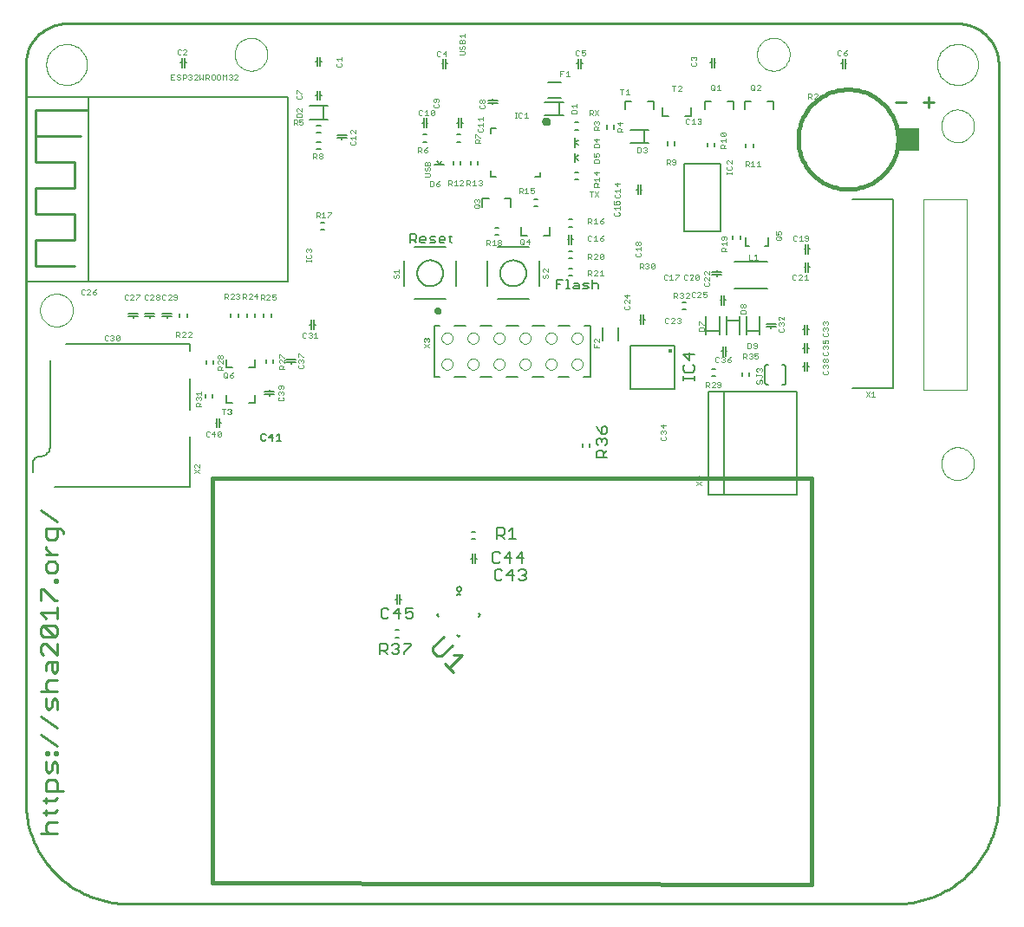
<source format=gto>
G75*
%MOIN*%
%OFA0B0*%
%FSLAX24Y24*%
%IPPOS*%
%LPD*%
%AMOC8*
5,1,8,0,0,1.08239X$1,22.5*
%
%ADD10C,0.0160*%
%ADD11C,0.0100*%
%ADD12C,0.0000*%
%ADD13C,0.0039*%
%ADD14C,0.0060*%
%ADD15C,0.0040*%
%ADD16R,0.0827X0.0866*%
%ADD17C,0.0110*%
%ADD18C,0.0080*%
%ADD19C,0.0050*%
%ADD20C,0.0176*%
%ADD21C,0.0030*%
D10*
X009156Y005735D02*
X009156Y021325D01*
X032187Y021325D01*
X032187Y005695D01*
X009156Y005735D01*
X017771Y027758D02*
X017773Y027771D01*
X017778Y027784D01*
X017787Y027795D01*
X017798Y027802D01*
X017811Y027807D01*
X017824Y027808D01*
X017838Y027805D01*
X017850Y027799D01*
X017860Y027790D01*
X017867Y027778D01*
X017871Y027765D01*
X017871Y027751D01*
X017867Y027738D01*
X017860Y027726D01*
X017850Y027717D01*
X017838Y027711D01*
X017824Y027708D01*
X017811Y027709D01*
X017798Y027714D01*
X017787Y027721D01*
X017778Y027732D01*
X017773Y027745D01*
X017771Y027758D01*
X021918Y035046D02*
X021920Y035064D01*
X021926Y035080D01*
X021935Y035095D01*
X021948Y035108D01*
X021963Y035117D01*
X021979Y035123D01*
X021997Y035125D01*
X022015Y035123D01*
X022031Y035117D01*
X022046Y035108D01*
X022059Y035095D01*
X022068Y035080D01*
X022074Y035064D01*
X022076Y035046D01*
X022074Y035028D01*
X022068Y035012D01*
X022059Y034997D01*
X022046Y034984D01*
X022031Y034975D01*
X022015Y034969D01*
X021997Y034967D01*
X021979Y034969D01*
X021963Y034975D01*
X021948Y034984D01*
X021935Y034997D01*
X021926Y035012D01*
X021920Y035028D01*
X021918Y035046D01*
X031686Y034357D02*
X031688Y034444D01*
X031694Y034532D01*
X031704Y034618D01*
X031718Y034705D01*
X031736Y034790D01*
X031757Y034875D01*
X031783Y034958D01*
X031812Y035041D01*
X031845Y035122D01*
X031881Y035201D01*
X031922Y035278D01*
X031965Y035354D01*
X032012Y035428D01*
X032063Y035499D01*
X032116Y035568D01*
X032173Y035635D01*
X032233Y035698D01*
X032295Y035759D01*
X032360Y035818D01*
X032428Y035873D01*
X032498Y035925D01*
X032571Y035974D01*
X032645Y036019D01*
X032722Y036061D01*
X032801Y036099D01*
X032881Y036134D01*
X032962Y036165D01*
X033045Y036193D01*
X033129Y036216D01*
X033215Y036236D01*
X033300Y036252D01*
X033387Y036264D01*
X033474Y036272D01*
X033561Y036276D01*
X033649Y036276D01*
X033736Y036272D01*
X033823Y036264D01*
X033910Y036252D01*
X033995Y036236D01*
X034081Y036216D01*
X034165Y036193D01*
X034248Y036165D01*
X034329Y036134D01*
X034409Y036099D01*
X034488Y036061D01*
X034564Y036019D01*
X034639Y035974D01*
X034712Y035925D01*
X034782Y035873D01*
X034850Y035818D01*
X034915Y035759D01*
X034977Y035698D01*
X035037Y035635D01*
X035094Y035568D01*
X035147Y035499D01*
X035198Y035428D01*
X035245Y035354D01*
X035288Y035278D01*
X035329Y035201D01*
X035365Y035122D01*
X035398Y035041D01*
X035427Y034958D01*
X035453Y034875D01*
X035474Y034790D01*
X035492Y034705D01*
X035506Y034618D01*
X035516Y034532D01*
X035522Y034444D01*
X035524Y034357D01*
X035522Y034270D01*
X035516Y034182D01*
X035506Y034096D01*
X035492Y034009D01*
X035474Y033924D01*
X035453Y033839D01*
X035427Y033756D01*
X035398Y033673D01*
X035365Y033592D01*
X035329Y033513D01*
X035288Y033436D01*
X035245Y033360D01*
X035198Y033286D01*
X035147Y033215D01*
X035094Y033146D01*
X035037Y033079D01*
X034977Y033016D01*
X034915Y032955D01*
X034850Y032896D01*
X034782Y032841D01*
X034712Y032789D01*
X034639Y032740D01*
X034565Y032695D01*
X034488Y032653D01*
X034409Y032615D01*
X034329Y032580D01*
X034248Y032549D01*
X034165Y032521D01*
X034081Y032498D01*
X033995Y032478D01*
X033910Y032462D01*
X033823Y032450D01*
X033736Y032442D01*
X033649Y032438D01*
X033561Y032438D01*
X033474Y032442D01*
X033387Y032450D01*
X033300Y032462D01*
X033215Y032478D01*
X033129Y032498D01*
X033045Y032521D01*
X032962Y032549D01*
X032881Y032580D01*
X032801Y032615D01*
X032722Y032653D01*
X032645Y032695D01*
X032571Y032740D01*
X032498Y032789D01*
X032428Y032841D01*
X032360Y032896D01*
X032295Y032955D01*
X032233Y033016D01*
X032173Y033079D01*
X032116Y033146D01*
X032063Y033215D01*
X032012Y033286D01*
X031965Y033360D01*
X031922Y033436D01*
X031881Y033513D01*
X031845Y033592D01*
X031812Y033673D01*
X031783Y033756D01*
X031757Y033839D01*
X031736Y033924D01*
X031718Y034009D01*
X031704Y034096D01*
X031694Y034182D01*
X031688Y034270D01*
X031686Y034357D01*
D11*
X035455Y004947D02*
X005927Y004947D01*
X005803Y004949D01*
X005680Y004955D01*
X005556Y004964D01*
X005434Y004978D01*
X005311Y004995D01*
X005189Y005017D01*
X005068Y005042D01*
X004948Y005071D01*
X004829Y005103D01*
X004710Y005140D01*
X004593Y005180D01*
X004478Y005223D01*
X004363Y005271D01*
X004251Y005322D01*
X004140Y005376D01*
X004030Y005434D01*
X003923Y005495D01*
X003817Y005560D01*
X003714Y005628D01*
X003613Y005699D01*
X003514Y005773D01*
X003417Y005850D01*
X003323Y005931D01*
X003232Y006014D01*
X003143Y006100D01*
X003057Y006189D01*
X002974Y006280D01*
X002893Y006374D01*
X002816Y006471D01*
X002742Y006570D01*
X002671Y006671D01*
X002603Y006774D01*
X002538Y006880D01*
X002477Y006987D01*
X002419Y007097D01*
X002365Y007208D01*
X002314Y007320D01*
X002266Y007435D01*
X002223Y007550D01*
X002183Y007667D01*
X002146Y007786D01*
X002114Y007905D01*
X002085Y008025D01*
X002060Y008146D01*
X002038Y008268D01*
X002021Y008391D01*
X002007Y008513D01*
X001998Y008637D01*
X001992Y008760D01*
X001990Y008884D01*
X001990Y037231D01*
X001992Y037308D01*
X001998Y037385D01*
X002007Y037462D01*
X002020Y037538D01*
X002037Y037614D01*
X002058Y037688D01*
X002082Y037762D01*
X002110Y037834D01*
X002141Y037904D01*
X002176Y037973D01*
X002214Y038041D01*
X002255Y038106D01*
X002300Y038169D01*
X002348Y038230D01*
X002398Y038289D01*
X002451Y038345D01*
X002507Y038398D01*
X002566Y038448D01*
X002627Y038496D01*
X002690Y038541D01*
X002755Y038582D01*
X002823Y038620D01*
X002892Y038655D01*
X002962Y038686D01*
X003034Y038714D01*
X003108Y038738D01*
X003182Y038759D01*
X003258Y038776D01*
X003334Y038789D01*
X003411Y038798D01*
X003488Y038804D01*
X003565Y038806D01*
X037817Y038806D01*
X037894Y038804D01*
X037971Y038798D01*
X038048Y038789D01*
X038124Y038776D01*
X038200Y038759D01*
X038274Y038738D01*
X038348Y038714D01*
X038420Y038686D01*
X038490Y038655D01*
X038559Y038620D01*
X038627Y038582D01*
X038692Y038541D01*
X038755Y038496D01*
X038816Y038448D01*
X038875Y038398D01*
X038931Y038345D01*
X038984Y038289D01*
X039034Y038230D01*
X039082Y038169D01*
X039127Y038106D01*
X039168Y038041D01*
X039206Y037973D01*
X039241Y037904D01*
X039272Y037834D01*
X039300Y037762D01*
X039324Y037688D01*
X039345Y037614D01*
X039362Y037538D01*
X039375Y037462D01*
X039384Y037385D01*
X039390Y037308D01*
X039392Y037231D01*
X039392Y008884D01*
X039390Y008760D01*
X039384Y008637D01*
X039375Y008513D01*
X039361Y008391D01*
X039344Y008268D01*
X039322Y008146D01*
X039297Y008025D01*
X039268Y007905D01*
X039236Y007786D01*
X039199Y007667D01*
X039159Y007550D01*
X039116Y007435D01*
X039068Y007320D01*
X039017Y007208D01*
X038963Y007097D01*
X038905Y006987D01*
X038844Y006880D01*
X038779Y006774D01*
X038711Y006671D01*
X038640Y006570D01*
X038566Y006471D01*
X038489Y006374D01*
X038408Y006280D01*
X038325Y006189D01*
X038239Y006100D01*
X038150Y006014D01*
X038059Y005931D01*
X037965Y005850D01*
X037868Y005773D01*
X037769Y005699D01*
X037668Y005628D01*
X037565Y005560D01*
X037459Y005495D01*
X037352Y005434D01*
X037242Y005376D01*
X037131Y005322D01*
X037019Y005271D01*
X036904Y005223D01*
X036789Y005180D01*
X036672Y005140D01*
X036553Y005103D01*
X036434Y005071D01*
X036314Y005042D01*
X036193Y005017D01*
X036071Y004995D01*
X035948Y004978D01*
X035826Y004964D01*
X035702Y004955D01*
X035579Y004949D01*
X035455Y004947D01*
X018426Y013848D02*
X018086Y014188D01*
X018256Y014018D02*
X018766Y014527D01*
X018426Y014527D01*
X018402Y014891D02*
X017977Y014467D01*
X017807Y014467D01*
X017637Y014637D01*
X017637Y014806D01*
X018062Y015231D01*
X003857Y029491D02*
X002357Y029491D01*
X002357Y030491D01*
X003857Y030491D01*
X003857Y031491D01*
X002357Y031491D01*
X002357Y032491D01*
X003857Y032491D01*
X003857Y033491D01*
X002357Y033491D01*
X002357Y034491D01*
X004107Y034491D01*
X004357Y035491D02*
X002357Y035491D01*
X002357Y034491D01*
D12*
X002778Y037231D02*
X002780Y037287D01*
X002786Y037342D01*
X002796Y037396D01*
X002809Y037450D01*
X002827Y037503D01*
X002848Y037554D01*
X002872Y037604D01*
X002900Y037652D01*
X002932Y037698D01*
X002966Y037742D01*
X003004Y037783D01*
X003044Y037821D01*
X003087Y037856D01*
X003132Y037888D01*
X003180Y037917D01*
X003229Y037943D01*
X003280Y037965D01*
X003332Y037983D01*
X003386Y037997D01*
X003441Y038008D01*
X003496Y038015D01*
X003551Y038018D01*
X003607Y038017D01*
X003662Y038012D01*
X003717Y038003D01*
X003771Y037991D01*
X003824Y037974D01*
X003876Y037954D01*
X003926Y037930D01*
X003974Y037903D01*
X004021Y037873D01*
X004065Y037839D01*
X004107Y037802D01*
X004145Y037762D01*
X004182Y037720D01*
X004215Y037675D01*
X004244Y037629D01*
X004271Y037580D01*
X004293Y037529D01*
X004313Y037477D01*
X004328Y037423D01*
X004340Y037369D01*
X004348Y037314D01*
X004352Y037259D01*
X004352Y037203D01*
X004348Y037148D01*
X004340Y037093D01*
X004328Y037039D01*
X004313Y036985D01*
X004293Y036933D01*
X004271Y036882D01*
X004244Y036833D01*
X004215Y036787D01*
X004182Y036742D01*
X004145Y036700D01*
X004107Y036660D01*
X004065Y036623D01*
X004021Y036589D01*
X003974Y036559D01*
X003926Y036532D01*
X003876Y036508D01*
X003824Y036488D01*
X003771Y036471D01*
X003717Y036459D01*
X003662Y036450D01*
X003607Y036445D01*
X003551Y036444D01*
X003496Y036447D01*
X003441Y036454D01*
X003386Y036465D01*
X003332Y036479D01*
X003280Y036497D01*
X003229Y036519D01*
X003180Y036545D01*
X003132Y036574D01*
X003087Y036606D01*
X003044Y036641D01*
X003004Y036679D01*
X002966Y036720D01*
X002932Y036764D01*
X002900Y036810D01*
X002872Y036858D01*
X002848Y036908D01*
X002827Y036959D01*
X002809Y037012D01*
X002796Y037066D01*
X002786Y037120D01*
X002780Y037175D01*
X002778Y037231D01*
X002541Y027782D02*
X002543Y027832D01*
X002549Y027882D01*
X002559Y027931D01*
X002573Y027979D01*
X002590Y028026D01*
X002611Y028071D01*
X002636Y028115D01*
X002664Y028156D01*
X002696Y028195D01*
X002730Y028232D01*
X002767Y028266D01*
X002807Y028296D01*
X002849Y028323D01*
X002893Y028347D01*
X002939Y028368D01*
X002986Y028384D01*
X003034Y028397D01*
X003084Y028406D01*
X003133Y028411D01*
X003184Y028412D01*
X003234Y028409D01*
X003283Y028402D01*
X003332Y028391D01*
X003380Y028376D01*
X003426Y028358D01*
X003471Y028336D01*
X003514Y028310D01*
X003555Y028281D01*
X003594Y028249D01*
X003630Y028214D01*
X003662Y028176D01*
X003692Y028136D01*
X003719Y028093D01*
X003742Y028049D01*
X003761Y028003D01*
X003777Y027955D01*
X003789Y027906D01*
X003797Y027857D01*
X003801Y027807D01*
X003801Y027757D01*
X003797Y027707D01*
X003789Y027658D01*
X003777Y027609D01*
X003761Y027561D01*
X003742Y027515D01*
X003719Y027471D01*
X003692Y027428D01*
X003662Y027388D01*
X003630Y027350D01*
X003594Y027315D01*
X003555Y027283D01*
X003514Y027254D01*
X003471Y027228D01*
X003426Y027206D01*
X003380Y027188D01*
X003332Y027173D01*
X003283Y027162D01*
X003234Y027155D01*
X003184Y027152D01*
X003133Y027153D01*
X003084Y027158D01*
X003034Y027167D01*
X002986Y027180D01*
X002939Y027196D01*
X002893Y027217D01*
X002849Y027241D01*
X002807Y027268D01*
X002767Y027298D01*
X002730Y027332D01*
X002696Y027369D01*
X002664Y027408D01*
X002636Y027449D01*
X002611Y027493D01*
X002590Y027538D01*
X002573Y027585D01*
X002559Y027633D01*
X002549Y027682D01*
X002543Y027732D01*
X002541Y027782D01*
X010022Y037624D02*
X010024Y037674D01*
X010030Y037724D01*
X010040Y037773D01*
X010054Y037821D01*
X010071Y037868D01*
X010092Y037913D01*
X010117Y037957D01*
X010145Y037998D01*
X010177Y038037D01*
X010211Y038074D01*
X010248Y038108D01*
X010288Y038138D01*
X010330Y038165D01*
X010374Y038189D01*
X010420Y038210D01*
X010467Y038226D01*
X010515Y038239D01*
X010565Y038248D01*
X010614Y038253D01*
X010665Y038254D01*
X010715Y038251D01*
X010764Y038244D01*
X010813Y038233D01*
X010861Y038218D01*
X010907Y038200D01*
X010952Y038178D01*
X010995Y038152D01*
X011036Y038123D01*
X011075Y038091D01*
X011111Y038056D01*
X011143Y038018D01*
X011173Y037978D01*
X011200Y037935D01*
X011223Y037891D01*
X011242Y037845D01*
X011258Y037797D01*
X011270Y037748D01*
X011278Y037699D01*
X011282Y037649D01*
X011282Y037599D01*
X011278Y037549D01*
X011270Y037500D01*
X011258Y037451D01*
X011242Y037403D01*
X011223Y037357D01*
X011200Y037313D01*
X011173Y037270D01*
X011143Y037230D01*
X011111Y037192D01*
X011075Y037157D01*
X011036Y037125D01*
X010995Y037096D01*
X010952Y037070D01*
X010907Y037048D01*
X010861Y037030D01*
X010813Y037015D01*
X010764Y037004D01*
X010715Y036997D01*
X010665Y036994D01*
X010614Y036995D01*
X010565Y037000D01*
X010515Y037009D01*
X010467Y037022D01*
X010420Y037038D01*
X010374Y037059D01*
X010330Y037083D01*
X010288Y037110D01*
X010248Y037140D01*
X010211Y037174D01*
X010177Y037211D01*
X010145Y037250D01*
X010117Y037291D01*
X010092Y037335D01*
X010071Y037380D01*
X010054Y037427D01*
X010040Y037475D01*
X010030Y037524D01*
X010024Y037574D01*
X010022Y037624D01*
X017974Y026707D02*
X017976Y026736D01*
X017982Y026764D01*
X017991Y026792D01*
X018004Y026818D01*
X018021Y026841D01*
X018040Y026863D01*
X018062Y026882D01*
X018087Y026897D01*
X018113Y026910D01*
X018141Y026918D01*
X018169Y026923D01*
X018198Y026924D01*
X018227Y026921D01*
X018255Y026914D01*
X018282Y026904D01*
X018308Y026890D01*
X018331Y026873D01*
X018352Y026853D01*
X018370Y026830D01*
X018385Y026805D01*
X018396Y026778D01*
X018404Y026750D01*
X018408Y026721D01*
X018408Y026693D01*
X018404Y026664D01*
X018396Y026636D01*
X018385Y026609D01*
X018370Y026584D01*
X018352Y026561D01*
X018331Y026541D01*
X018308Y026524D01*
X018282Y026510D01*
X018255Y026500D01*
X018227Y026493D01*
X018198Y026490D01*
X018169Y026491D01*
X018141Y026496D01*
X018113Y026504D01*
X018087Y026517D01*
X018062Y026532D01*
X018040Y026551D01*
X018021Y026573D01*
X018004Y026596D01*
X017991Y026622D01*
X017982Y026650D01*
X017976Y026678D01*
X017974Y026707D01*
X017974Y025707D02*
X017976Y025736D01*
X017982Y025764D01*
X017991Y025792D01*
X018004Y025818D01*
X018021Y025841D01*
X018040Y025863D01*
X018062Y025882D01*
X018087Y025897D01*
X018113Y025910D01*
X018141Y025918D01*
X018169Y025923D01*
X018198Y025924D01*
X018227Y025921D01*
X018255Y025914D01*
X018282Y025904D01*
X018308Y025890D01*
X018331Y025873D01*
X018352Y025853D01*
X018370Y025830D01*
X018385Y025805D01*
X018396Y025778D01*
X018404Y025750D01*
X018408Y025721D01*
X018408Y025693D01*
X018404Y025664D01*
X018396Y025636D01*
X018385Y025609D01*
X018370Y025584D01*
X018352Y025561D01*
X018331Y025541D01*
X018308Y025524D01*
X018282Y025510D01*
X018255Y025500D01*
X018227Y025493D01*
X018198Y025490D01*
X018169Y025491D01*
X018141Y025496D01*
X018113Y025504D01*
X018087Y025517D01*
X018062Y025532D01*
X018040Y025551D01*
X018021Y025573D01*
X018004Y025596D01*
X017991Y025622D01*
X017982Y025650D01*
X017976Y025678D01*
X017974Y025707D01*
X018974Y025707D02*
X018976Y025736D01*
X018982Y025764D01*
X018991Y025792D01*
X019004Y025818D01*
X019021Y025841D01*
X019040Y025863D01*
X019062Y025882D01*
X019087Y025897D01*
X019113Y025910D01*
X019141Y025918D01*
X019169Y025923D01*
X019198Y025924D01*
X019227Y025921D01*
X019255Y025914D01*
X019282Y025904D01*
X019308Y025890D01*
X019331Y025873D01*
X019352Y025853D01*
X019370Y025830D01*
X019385Y025805D01*
X019396Y025778D01*
X019404Y025750D01*
X019408Y025721D01*
X019408Y025693D01*
X019404Y025664D01*
X019396Y025636D01*
X019385Y025609D01*
X019370Y025584D01*
X019352Y025561D01*
X019331Y025541D01*
X019308Y025524D01*
X019282Y025510D01*
X019255Y025500D01*
X019227Y025493D01*
X019198Y025490D01*
X019169Y025491D01*
X019141Y025496D01*
X019113Y025504D01*
X019087Y025517D01*
X019062Y025532D01*
X019040Y025551D01*
X019021Y025573D01*
X019004Y025596D01*
X018991Y025622D01*
X018982Y025650D01*
X018976Y025678D01*
X018974Y025707D01*
X018974Y026707D02*
X018976Y026736D01*
X018982Y026764D01*
X018991Y026792D01*
X019004Y026818D01*
X019021Y026841D01*
X019040Y026863D01*
X019062Y026882D01*
X019087Y026897D01*
X019113Y026910D01*
X019141Y026918D01*
X019169Y026923D01*
X019198Y026924D01*
X019227Y026921D01*
X019255Y026914D01*
X019282Y026904D01*
X019308Y026890D01*
X019331Y026873D01*
X019352Y026853D01*
X019370Y026830D01*
X019385Y026805D01*
X019396Y026778D01*
X019404Y026750D01*
X019408Y026721D01*
X019408Y026693D01*
X019404Y026664D01*
X019396Y026636D01*
X019385Y026609D01*
X019370Y026584D01*
X019352Y026561D01*
X019331Y026541D01*
X019308Y026524D01*
X019282Y026510D01*
X019255Y026500D01*
X019227Y026493D01*
X019198Y026490D01*
X019169Y026491D01*
X019141Y026496D01*
X019113Y026504D01*
X019087Y026517D01*
X019062Y026532D01*
X019040Y026551D01*
X019021Y026573D01*
X019004Y026596D01*
X018991Y026622D01*
X018982Y026650D01*
X018976Y026678D01*
X018974Y026707D01*
X019974Y026707D02*
X019976Y026736D01*
X019982Y026764D01*
X019991Y026792D01*
X020004Y026818D01*
X020021Y026841D01*
X020040Y026863D01*
X020062Y026882D01*
X020087Y026897D01*
X020113Y026910D01*
X020141Y026918D01*
X020169Y026923D01*
X020198Y026924D01*
X020227Y026921D01*
X020255Y026914D01*
X020282Y026904D01*
X020308Y026890D01*
X020331Y026873D01*
X020352Y026853D01*
X020370Y026830D01*
X020385Y026805D01*
X020396Y026778D01*
X020404Y026750D01*
X020408Y026721D01*
X020408Y026693D01*
X020404Y026664D01*
X020396Y026636D01*
X020385Y026609D01*
X020370Y026584D01*
X020352Y026561D01*
X020331Y026541D01*
X020308Y026524D01*
X020282Y026510D01*
X020255Y026500D01*
X020227Y026493D01*
X020198Y026490D01*
X020169Y026491D01*
X020141Y026496D01*
X020113Y026504D01*
X020087Y026517D01*
X020062Y026532D01*
X020040Y026551D01*
X020021Y026573D01*
X020004Y026596D01*
X019991Y026622D01*
X019982Y026650D01*
X019976Y026678D01*
X019974Y026707D01*
X019974Y025707D02*
X019976Y025736D01*
X019982Y025764D01*
X019991Y025792D01*
X020004Y025818D01*
X020021Y025841D01*
X020040Y025863D01*
X020062Y025882D01*
X020087Y025897D01*
X020113Y025910D01*
X020141Y025918D01*
X020169Y025923D01*
X020198Y025924D01*
X020227Y025921D01*
X020255Y025914D01*
X020282Y025904D01*
X020308Y025890D01*
X020331Y025873D01*
X020352Y025853D01*
X020370Y025830D01*
X020385Y025805D01*
X020396Y025778D01*
X020404Y025750D01*
X020408Y025721D01*
X020408Y025693D01*
X020404Y025664D01*
X020396Y025636D01*
X020385Y025609D01*
X020370Y025584D01*
X020352Y025561D01*
X020331Y025541D01*
X020308Y025524D01*
X020282Y025510D01*
X020255Y025500D01*
X020227Y025493D01*
X020198Y025490D01*
X020169Y025491D01*
X020141Y025496D01*
X020113Y025504D01*
X020087Y025517D01*
X020062Y025532D01*
X020040Y025551D01*
X020021Y025573D01*
X020004Y025596D01*
X019991Y025622D01*
X019982Y025650D01*
X019976Y025678D01*
X019974Y025707D01*
X020974Y025707D02*
X020976Y025736D01*
X020982Y025764D01*
X020991Y025792D01*
X021004Y025818D01*
X021021Y025841D01*
X021040Y025863D01*
X021062Y025882D01*
X021087Y025897D01*
X021113Y025910D01*
X021141Y025918D01*
X021169Y025923D01*
X021198Y025924D01*
X021227Y025921D01*
X021255Y025914D01*
X021282Y025904D01*
X021308Y025890D01*
X021331Y025873D01*
X021352Y025853D01*
X021370Y025830D01*
X021385Y025805D01*
X021396Y025778D01*
X021404Y025750D01*
X021408Y025721D01*
X021408Y025693D01*
X021404Y025664D01*
X021396Y025636D01*
X021385Y025609D01*
X021370Y025584D01*
X021352Y025561D01*
X021331Y025541D01*
X021308Y025524D01*
X021282Y025510D01*
X021255Y025500D01*
X021227Y025493D01*
X021198Y025490D01*
X021169Y025491D01*
X021141Y025496D01*
X021113Y025504D01*
X021087Y025517D01*
X021062Y025532D01*
X021040Y025551D01*
X021021Y025573D01*
X021004Y025596D01*
X020991Y025622D01*
X020982Y025650D01*
X020976Y025678D01*
X020974Y025707D01*
X020974Y026707D02*
X020976Y026736D01*
X020982Y026764D01*
X020991Y026792D01*
X021004Y026818D01*
X021021Y026841D01*
X021040Y026863D01*
X021062Y026882D01*
X021087Y026897D01*
X021113Y026910D01*
X021141Y026918D01*
X021169Y026923D01*
X021198Y026924D01*
X021227Y026921D01*
X021255Y026914D01*
X021282Y026904D01*
X021308Y026890D01*
X021331Y026873D01*
X021352Y026853D01*
X021370Y026830D01*
X021385Y026805D01*
X021396Y026778D01*
X021404Y026750D01*
X021408Y026721D01*
X021408Y026693D01*
X021404Y026664D01*
X021396Y026636D01*
X021385Y026609D01*
X021370Y026584D01*
X021352Y026561D01*
X021331Y026541D01*
X021308Y026524D01*
X021282Y026510D01*
X021255Y026500D01*
X021227Y026493D01*
X021198Y026490D01*
X021169Y026491D01*
X021141Y026496D01*
X021113Y026504D01*
X021087Y026517D01*
X021062Y026532D01*
X021040Y026551D01*
X021021Y026573D01*
X021004Y026596D01*
X020991Y026622D01*
X020982Y026650D01*
X020976Y026678D01*
X020974Y026707D01*
X021974Y026707D02*
X021976Y026736D01*
X021982Y026764D01*
X021991Y026792D01*
X022004Y026818D01*
X022021Y026841D01*
X022040Y026863D01*
X022062Y026882D01*
X022087Y026897D01*
X022113Y026910D01*
X022141Y026918D01*
X022169Y026923D01*
X022198Y026924D01*
X022227Y026921D01*
X022255Y026914D01*
X022282Y026904D01*
X022308Y026890D01*
X022331Y026873D01*
X022352Y026853D01*
X022370Y026830D01*
X022385Y026805D01*
X022396Y026778D01*
X022404Y026750D01*
X022408Y026721D01*
X022408Y026693D01*
X022404Y026664D01*
X022396Y026636D01*
X022385Y026609D01*
X022370Y026584D01*
X022352Y026561D01*
X022331Y026541D01*
X022308Y026524D01*
X022282Y026510D01*
X022255Y026500D01*
X022227Y026493D01*
X022198Y026490D01*
X022169Y026491D01*
X022141Y026496D01*
X022113Y026504D01*
X022087Y026517D01*
X022062Y026532D01*
X022040Y026551D01*
X022021Y026573D01*
X022004Y026596D01*
X021991Y026622D01*
X021982Y026650D01*
X021976Y026678D01*
X021974Y026707D01*
X021974Y025707D02*
X021976Y025736D01*
X021982Y025764D01*
X021991Y025792D01*
X022004Y025818D01*
X022021Y025841D01*
X022040Y025863D01*
X022062Y025882D01*
X022087Y025897D01*
X022113Y025910D01*
X022141Y025918D01*
X022169Y025923D01*
X022198Y025924D01*
X022227Y025921D01*
X022255Y025914D01*
X022282Y025904D01*
X022308Y025890D01*
X022331Y025873D01*
X022352Y025853D01*
X022370Y025830D01*
X022385Y025805D01*
X022396Y025778D01*
X022404Y025750D01*
X022408Y025721D01*
X022408Y025693D01*
X022404Y025664D01*
X022396Y025636D01*
X022385Y025609D01*
X022370Y025584D01*
X022352Y025561D01*
X022331Y025541D01*
X022308Y025524D01*
X022282Y025510D01*
X022255Y025500D01*
X022227Y025493D01*
X022198Y025490D01*
X022169Y025491D01*
X022141Y025496D01*
X022113Y025504D01*
X022087Y025517D01*
X022062Y025532D01*
X022040Y025551D01*
X022021Y025573D01*
X022004Y025596D01*
X021991Y025622D01*
X021982Y025650D01*
X021976Y025678D01*
X021974Y025707D01*
X022974Y025707D02*
X022976Y025736D01*
X022982Y025764D01*
X022991Y025792D01*
X023004Y025818D01*
X023021Y025841D01*
X023040Y025863D01*
X023062Y025882D01*
X023087Y025897D01*
X023113Y025910D01*
X023141Y025918D01*
X023169Y025923D01*
X023198Y025924D01*
X023227Y025921D01*
X023255Y025914D01*
X023282Y025904D01*
X023308Y025890D01*
X023331Y025873D01*
X023352Y025853D01*
X023370Y025830D01*
X023385Y025805D01*
X023396Y025778D01*
X023404Y025750D01*
X023408Y025721D01*
X023408Y025693D01*
X023404Y025664D01*
X023396Y025636D01*
X023385Y025609D01*
X023370Y025584D01*
X023352Y025561D01*
X023331Y025541D01*
X023308Y025524D01*
X023282Y025510D01*
X023255Y025500D01*
X023227Y025493D01*
X023198Y025490D01*
X023169Y025491D01*
X023141Y025496D01*
X023113Y025504D01*
X023087Y025517D01*
X023062Y025532D01*
X023040Y025551D01*
X023021Y025573D01*
X023004Y025596D01*
X022991Y025622D01*
X022982Y025650D01*
X022976Y025678D01*
X022974Y025707D01*
X022974Y026707D02*
X022976Y026736D01*
X022982Y026764D01*
X022991Y026792D01*
X023004Y026818D01*
X023021Y026841D01*
X023040Y026863D01*
X023062Y026882D01*
X023087Y026897D01*
X023113Y026910D01*
X023141Y026918D01*
X023169Y026923D01*
X023198Y026924D01*
X023227Y026921D01*
X023255Y026914D01*
X023282Y026904D01*
X023308Y026890D01*
X023331Y026873D01*
X023352Y026853D01*
X023370Y026830D01*
X023385Y026805D01*
X023396Y026778D01*
X023404Y026750D01*
X023408Y026721D01*
X023408Y026693D01*
X023404Y026664D01*
X023396Y026636D01*
X023385Y026609D01*
X023370Y026584D01*
X023352Y026561D01*
X023331Y026541D01*
X023308Y026524D01*
X023282Y026510D01*
X023255Y026500D01*
X023227Y026493D01*
X023198Y026490D01*
X023169Y026491D01*
X023141Y026496D01*
X023113Y026504D01*
X023087Y026517D01*
X023062Y026532D01*
X023040Y026551D01*
X023021Y026573D01*
X023004Y026596D01*
X022991Y026622D01*
X022982Y026650D01*
X022976Y026678D01*
X022974Y026707D01*
X030101Y037624D02*
X030103Y037674D01*
X030109Y037724D01*
X030119Y037773D01*
X030133Y037821D01*
X030150Y037868D01*
X030171Y037913D01*
X030196Y037957D01*
X030224Y037998D01*
X030256Y038037D01*
X030290Y038074D01*
X030327Y038108D01*
X030367Y038138D01*
X030409Y038165D01*
X030453Y038189D01*
X030499Y038210D01*
X030546Y038226D01*
X030594Y038239D01*
X030644Y038248D01*
X030693Y038253D01*
X030744Y038254D01*
X030794Y038251D01*
X030843Y038244D01*
X030892Y038233D01*
X030940Y038218D01*
X030986Y038200D01*
X031031Y038178D01*
X031074Y038152D01*
X031115Y038123D01*
X031154Y038091D01*
X031190Y038056D01*
X031222Y038018D01*
X031252Y037978D01*
X031279Y037935D01*
X031302Y037891D01*
X031321Y037845D01*
X031337Y037797D01*
X031349Y037748D01*
X031357Y037699D01*
X031361Y037649D01*
X031361Y037599D01*
X031357Y037549D01*
X031349Y037500D01*
X031337Y037451D01*
X031321Y037403D01*
X031302Y037357D01*
X031279Y037313D01*
X031252Y037270D01*
X031222Y037230D01*
X031190Y037192D01*
X031154Y037157D01*
X031115Y037125D01*
X031074Y037096D01*
X031031Y037070D01*
X030986Y037048D01*
X030940Y037030D01*
X030892Y037015D01*
X030843Y037004D01*
X030794Y036997D01*
X030744Y036994D01*
X030693Y036995D01*
X030644Y037000D01*
X030594Y037009D01*
X030546Y037022D01*
X030499Y037038D01*
X030453Y037059D01*
X030409Y037083D01*
X030367Y037110D01*
X030327Y037140D01*
X030290Y037174D01*
X030256Y037211D01*
X030224Y037250D01*
X030196Y037291D01*
X030171Y037335D01*
X030150Y037380D01*
X030133Y037427D01*
X030119Y037475D01*
X030109Y037524D01*
X030103Y037574D01*
X030101Y037624D01*
X036518Y032034D02*
X036518Y031561D01*
X037187Y034869D02*
X037189Y034919D01*
X037195Y034969D01*
X037205Y035018D01*
X037219Y035066D01*
X037236Y035113D01*
X037257Y035158D01*
X037282Y035202D01*
X037310Y035243D01*
X037342Y035282D01*
X037376Y035319D01*
X037413Y035353D01*
X037453Y035383D01*
X037495Y035410D01*
X037539Y035434D01*
X037585Y035455D01*
X037632Y035471D01*
X037680Y035484D01*
X037730Y035493D01*
X037779Y035498D01*
X037830Y035499D01*
X037880Y035496D01*
X037929Y035489D01*
X037978Y035478D01*
X038026Y035463D01*
X038072Y035445D01*
X038117Y035423D01*
X038160Y035397D01*
X038201Y035368D01*
X038240Y035336D01*
X038276Y035301D01*
X038308Y035263D01*
X038338Y035223D01*
X038365Y035180D01*
X038388Y035136D01*
X038407Y035090D01*
X038423Y035042D01*
X038435Y034993D01*
X038443Y034944D01*
X038447Y034894D01*
X038447Y034844D01*
X038443Y034794D01*
X038435Y034745D01*
X038423Y034696D01*
X038407Y034648D01*
X038388Y034602D01*
X038365Y034558D01*
X038338Y034515D01*
X038308Y034475D01*
X038276Y034437D01*
X038240Y034402D01*
X038201Y034370D01*
X038160Y034341D01*
X038117Y034315D01*
X038072Y034293D01*
X038026Y034275D01*
X037978Y034260D01*
X037929Y034249D01*
X037880Y034242D01*
X037830Y034239D01*
X037779Y034240D01*
X037730Y034245D01*
X037680Y034254D01*
X037632Y034267D01*
X037585Y034283D01*
X037539Y034304D01*
X037495Y034328D01*
X037453Y034355D01*
X037413Y034385D01*
X037376Y034419D01*
X037342Y034456D01*
X037310Y034495D01*
X037282Y034536D01*
X037257Y034580D01*
X037236Y034625D01*
X037219Y034672D01*
X037205Y034720D01*
X037195Y034769D01*
X037189Y034819D01*
X037187Y034869D01*
X037030Y037231D02*
X037032Y037287D01*
X037038Y037342D01*
X037048Y037396D01*
X037061Y037450D01*
X037079Y037503D01*
X037100Y037554D01*
X037124Y037604D01*
X037152Y037652D01*
X037184Y037698D01*
X037218Y037742D01*
X037256Y037783D01*
X037296Y037821D01*
X037339Y037856D01*
X037384Y037888D01*
X037432Y037917D01*
X037481Y037943D01*
X037532Y037965D01*
X037584Y037983D01*
X037638Y037997D01*
X037693Y038008D01*
X037748Y038015D01*
X037803Y038018D01*
X037859Y038017D01*
X037914Y038012D01*
X037969Y038003D01*
X038023Y037991D01*
X038076Y037974D01*
X038128Y037954D01*
X038178Y037930D01*
X038226Y037903D01*
X038273Y037873D01*
X038317Y037839D01*
X038359Y037802D01*
X038397Y037762D01*
X038434Y037720D01*
X038467Y037675D01*
X038496Y037629D01*
X038523Y037580D01*
X038545Y037529D01*
X038565Y037477D01*
X038580Y037423D01*
X038592Y037369D01*
X038600Y037314D01*
X038604Y037259D01*
X038604Y037203D01*
X038600Y037148D01*
X038592Y037093D01*
X038580Y037039D01*
X038565Y036985D01*
X038545Y036933D01*
X038523Y036882D01*
X038496Y036833D01*
X038467Y036787D01*
X038434Y036742D01*
X038397Y036700D01*
X038359Y036660D01*
X038317Y036623D01*
X038273Y036589D01*
X038226Y036559D01*
X038178Y036532D01*
X038128Y036508D01*
X038076Y036488D01*
X038023Y036471D01*
X037969Y036459D01*
X037914Y036450D01*
X037859Y036445D01*
X037803Y036444D01*
X037748Y036447D01*
X037693Y036454D01*
X037638Y036465D01*
X037584Y036479D01*
X037532Y036497D01*
X037481Y036519D01*
X037432Y036545D01*
X037384Y036574D01*
X037339Y036606D01*
X037296Y036641D01*
X037256Y036679D01*
X037218Y036720D01*
X037184Y036764D01*
X037152Y036810D01*
X037124Y036858D01*
X037100Y036908D01*
X037079Y036959D01*
X037061Y037012D01*
X037048Y037066D01*
X037038Y037120D01*
X037032Y037175D01*
X037030Y037231D01*
X037187Y021876D02*
X037189Y021926D01*
X037195Y021976D01*
X037205Y022025D01*
X037219Y022073D01*
X037236Y022120D01*
X037257Y022165D01*
X037282Y022209D01*
X037310Y022250D01*
X037342Y022289D01*
X037376Y022326D01*
X037413Y022360D01*
X037453Y022390D01*
X037495Y022417D01*
X037539Y022441D01*
X037585Y022462D01*
X037632Y022478D01*
X037680Y022491D01*
X037730Y022500D01*
X037779Y022505D01*
X037830Y022506D01*
X037880Y022503D01*
X037929Y022496D01*
X037978Y022485D01*
X038026Y022470D01*
X038072Y022452D01*
X038117Y022430D01*
X038160Y022404D01*
X038201Y022375D01*
X038240Y022343D01*
X038276Y022308D01*
X038308Y022270D01*
X038338Y022230D01*
X038365Y022187D01*
X038388Y022143D01*
X038407Y022097D01*
X038423Y022049D01*
X038435Y022000D01*
X038443Y021951D01*
X038447Y021901D01*
X038447Y021851D01*
X038443Y021801D01*
X038435Y021752D01*
X038423Y021703D01*
X038407Y021655D01*
X038388Y021609D01*
X038365Y021565D01*
X038338Y021522D01*
X038308Y021482D01*
X038276Y021444D01*
X038240Y021409D01*
X038201Y021377D01*
X038160Y021348D01*
X038117Y021322D01*
X038072Y021300D01*
X038026Y021282D01*
X037978Y021267D01*
X037929Y021256D01*
X037880Y021249D01*
X037830Y021246D01*
X037779Y021247D01*
X037730Y021252D01*
X037680Y021261D01*
X037632Y021274D01*
X037585Y021290D01*
X037539Y021311D01*
X037495Y021335D01*
X037453Y021362D01*
X037413Y021392D01*
X037376Y021426D01*
X037342Y021463D01*
X037310Y021502D01*
X037282Y021543D01*
X037257Y021587D01*
X037236Y021632D01*
X037219Y021679D01*
X037205Y021727D01*
X037195Y021776D01*
X037189Y021826D01*
X037187Y021876D01*
D13*
X036518Y024711D02*
X036518Y032034D01*
X038171Y032034D01*
X038171Y024711D01*
X036518Y024711D01*
D14*
X032095Y025617D02*
X032040Y025617D01*
X032040Y025437D01*
X031940Y025437D02*
X031940Y025617D01*
X031885Y025617D01*
X031940Y025617D02*
X031940Y025797D01*
X032040Y025797D02*
X032040Y025617D01*
X032040Y026145D02*
X032040Y026325D01*
X032095Y026325D01*
X032040Y026325D02*
X032040Y026505D01*
X031940Y026505D02*
X031940Y026325D01*
X031885Y026325D01*
X031940Y026325D02*
X031940Y026145D01*
X031940Y026854D02*
X031940Y027034D01*
X031885Y027034D01*
X031940Y027034D02*
X031940Y027214D01*
X032040Y027214D02*
X032040Y027034D01*
X032095Y027034D01*
X032040Y027034D02*
X032040Y026854D01*
X030832Y027141D02*
X030652Y027141D01*
X030652Y027086D01*
X030652Y027141D02*
X030472Y027141D01*
X030472Y027241D02*
X030652Y027241D01*
X030652Y027296D01*
X030652Y027241D02*
X030832Y027241D01*
X029808Y025372D02*
X029808Y025232D01*
X029528Y025232D02*
X029528Y025372D01*
X028891Y026027D02*
X028891Y026207D01*
X028946Y026207D01*
X028891Y026207D02*
X028891Y026387D01*
X028791Y026387D02*
X028791Y026207D01*
X028736Y026207D01*
X028791Y026207D02*
X028791Y026027D01*
X028517Y025520D02*
X028377Y025520D01*
X028377Y025240D02*
X028517Y025240D01*
X028751Y027996D02*
X028751Y028176D01*
X028696Y028176D01*
X028751Y028176D02*
X028751Y028356D01*
X028851Y028356D02*
X028851Y028176D01*
X028906Y028176D01*
X028851Y028176D02*
X028851Y027996D01*
X028565Y029094D02*
X028565Y029149D01*
X028745Y029149D01*
X028745Y029249D02*
X028565Y029249D01*
X028565Y029304D01*
X028565Y029249D02*
X028385Y029249D01*
X028385Y029149D02*
X028565Y029149D01*
X029173Y030507D02*
X029173Y030647D01*
X029453Y030647D02*
X029453Y030507D01*
X027375Y028079D02*
X027235Y028079D01*
X027235Y027799D02*
X027375Y027799D01*
X025796Y027428D02*
X025741Y027428D01*
X025741Y027608D01*
X025641Y027608D02*
X025641Y027428D01*
X025586Y027428D01*
X025641Y027428D02*
X025641Y027248D01*
X025741Y027248D02*
X025741Y027428D01*
X023991Y028599D02*
X023991Y028770D01*
X023935Y028826D01*
X023821Y028826D01*
X023765Y028770D01*
X023623Y028826D02*
X023453Y028826D01*
X023396Y028770D01*
X023453Y028713D01*
X023566Y028713D01*
X023623Y028656D01*
X023566Y028599D01*
X023396Y028599D01*
X023255Y028599D02*
X023085Y028599D01*
X023028Y028656D01*
X023085Y028713D01*
X023255Y028713D01*
X023255Y028770D02*
X023255Y028599D01*
X023255Y028770D02*
X023198Y028826D01*
X023085Y028826D01*
X022839Y028940D02*
X022839Y028599D01*
X022782Y028599D02*
X022896Y028599D01*
X022839Y028940D02*
X022782Y028940D01*
X022641Y028940D02*
X022414Y028940D01*
X022414Y028599D01*
X022414Y028770D02*
X022528Y028770D01*
X022865Y029099D02*
X023005Y029099D01*
X023005Y029379D02*
X022865Y029379D01*
X022865Y029768D02*
X023005Y029768D01*
X023005Y030048D02*
X022865Y030048D01*
X022885Y030319D02*
X022885Y030499D01*
X022830Y030499D01*
X022885Y030499D02*
X022885Y030679D01*
X022985Y030679D02*
X022985Y030499D01*
X023040Y030499D01*
X022985Y030499D02*
X022985Y030319D01*
X023005Y030988D02*
X022865Y030988D01*
X022865Y031268D02*
X023005Y031268D01*
X021667Y031776D02*
X021527Y031776D01*
X021527Y032056D02*
X021667Y032056D01*
X023101Y032799D02*
X023241Y032799D01*
X023241Y033079D02*
X023101Y033079D01*
X023101Y034729D02*
X023241Y034729D01*
X023241Y035009D02*
X023101Y035009D01*
X024331Y034899D02*
X024331Y034759D01*
X024611Y034759D02*
X024611Y034899D01*
X025523Y032608D02*
X025523Y032428D01*
X025468Y032428D01*
X025523Y032428D02*
X025523Y032248D01*
X025623Y032248D02*
X025623Y032428D01*
X025678Y032428D01*
X025623Y032428D02*
X025623Y032608D01*
X026654Y034129D02*
X026654Y034269D01*
X026934Y034269D02*
X026934Y034129D01*
X028189Y034090D02*
X028189Y034230D01*
X028469Y034230D02*
X028469Y034090D01*
X029685Y034051D02*
X029685Y034191D01*
X029965Y034191D02*
X029965Y034051D01*
X028458Y037130D02*
X028458Y037310D01*
X028513Y037310D01*
X028458Y037310D02*
X028458Y037490D01*
X028358Y037490D02*
X028358Y037310D01*
X028303Y037310D01*
X028358Y037310D02*
X028358Y037130D01*
X023395Y037270D02*
X023340Y037270D01*
X023340Y037090D01*
X023240Y037090D02*
X023240Y037270D01*
X023185Y037270D01*
X023240Y037270D02*
X023240Y037450D01*
X023340Y037450D02*
X023340Y037270D01*
X020123Y035863D02*
X019943Y035863D01*
X019943Y035918D01*
X019943Y035863D02*
X019763Y035863D01*
X019763Y035763D02*
X019943Y035763D01*
X019943Y035708D01*
X019943Y035763D02*
X020123Y035763D01*
X018733Y035167D02*
X018733Y034987D01*
X018788Y034987D01*
X018733Y034987D02*
X018733Y034807D01*
X018633Y034807D02*
X018633Y034987D01*
X018578Y034987D01*
X018633Y034987D02*
X018633Y035167D01*
X018574Y034536D02*
X018714Y034536D01*
X018714Y034256D02*
X018574Y034256D01*
X018705Y033521D02*
X018705Y033381D01*
X018425Y033381D02*
X018425Y033521D01*
X019094Y033521D02*
X019094Y033381D01*
X019374Y033381D02*
X019374Y033521D01*
X017415Y034256D02*
X017275Y034256D01*
X017275Y034536D02*
X017415Y034536D01*
X017395Y034807D02*
X017395Y034987D01*
X017450Y034987D01*
X017395Y034987D02*
X017395Y035167D01*
X017295Y035167D02*
X017295Y034987D01*
X017240Y034987D01*
X017295Y034987D02*
X017295Y034807D01*
X018043Y037090D02*
X018043Y037270D01*
X017988Y037270D01*
X018043Y037270D02*
X018043Y037450D01*
X018143Y037450D02*
X018143Y037270D01*
X018198Y037270D01*
X018143Y037270D02*
X018143Y037090D01*
X014329Y034499D02*
X014149Y034499D01*
X014149Y034554D01*
X014149Y034499D02*
X013969Y034499D01*
X013969Y034399D02*
X014149Y034399D01*
X014149Y034344D01*
X014149Y034399D02*
X014329Y034399D01*
X013320Y034261D02*
X013180Y034261D01*
X013180Y033981D02*
X013320Y033981D01*
X013320Y034610D02*
X013180Y034610D01*
X013180Y034890D02*
X013320Y034890D01*
X013300Y035870D02*
X013300Y036050D01*
X013355Y036050D01*
X013300Y036050D02*
X013300Y036230D01*
X013200Y036230D02*
X013200Y036050D01*
X013145Y036050D01*
X013200Y036050D02*
X013200Y035870D01*
X013200Y037169D02*
X013200Y037349D01*
X013145Y037349D01*
X013200Y037349D02*
X013200Y037529D01*
X013300Y037529D02*
X013300Y037349D01*
X013355Y037349D01*
X013300Y037349D02*
X013300Y037169D01*
X013338Y031150D02*
X013478Y031150D01*
X013478Y030870D02*
X013338Y030870D01*
X011422Y027655D02*
X011422Y027515D01*
X011142Y027515D02*
X011142Y027655D01*
X010792Y027655D02*
X010792Y027515D01*
X010512Y027515D02*
X010512Y027655D01*
X010162Y027655D02*
X010162Y027515D01*
X009882Y027515D02*
X009882Y027655D01*
X008193Y027655D02*
X008193Y027515D01*
X007913Y027515D02*
X007913Y027655D01*
X007603Y027635D02*
X007423Y027635D01*
X007423Y027690D01*
X007423Y027635D02*
X007243Y027635D01*
X007243Y027535D02*
X007423Y027535D01*
X007423Y027480D01*
X007423Y027535D02*
X007603Y027535D01*
X006934Y027535D02*
X006754Y027535D01*
X006754Y027480D01*
X006754Y027535D02*
X006574Y027535D01*
X006574Y027635D02*
X006754Y027635D01*
X006754Y027690D01*
X006754Y027635D02*
X006934Y027635D01*
X006304Y027635D02*
X006124Y027635D01*
X006124Y027690D01*
X006124Y027635D02*
X005944Y027635D01*
X005944Y027535D02*
X006124Y027535D01*
X006124Y027480D01*
X006124Y027535D02*
X006304Y027535D01*
X008937Y025844D02*
X008937Y025704D01*
X009217Y025704D02*
X009217Y025844D01*
X009178Y024545D02*
X009178Y024405D01*
X008898Y024405D02*
X008898Y024545D01*
X009342Y023631D02*
X009342Y023451D01*
X009287Y023451D01*
X009342Y023451D02*
X009342Y023271D01*
X009442Y023271D02*
X009442Y023451D01*
X009497Y023451D01*
X009442Y023451D02*
X009442Y023631D01*
X011180Y024543D02*
X011360Y024543D01*
X011360Y024488D01*
X011360Y024543D02*
X011540Y024543D01*
X011540Y024643D02*
X011360Y024643D01*
X011360Y024698D01*
X011360Y024643D02*
X011180Y024643D01*
X011220Y025743D02*
X011220Y025883D01*
X011500Y025883D02*
X011500Y025743D01*
X012013Y025776D02*
X012193Y025776D01*
X012193Y025721D01*
X012193Y025776D02*
X012373Y025776D01*
X012373Y025876D02*
X012193Y025876D01*
X012193Y025931D01*
X012193Y025876D02*
X012013Y025876D01*
X012964Y027051D02*
X012964Y027231D01*
X012909Y027231D01*
X012964Y027231D02*
X012964Y027411D01*
X013064Y027411D02*
X013064Y027231D01*
X013119Y027231D01*
X013064Y027231D02*
X013064Y027051D01*
X016784Y030371D02*
X016784Y030711D01*
X016954Y030711D01*
X017011Y030655D01*
X017011Y030541D01*
X016954Y030484D01*
X016784Y030484D01*
X016898Y030484D02*
X017011Y030371D01*
X017152Y030428D02*
X017152Y030541D01*
X017209Y030598D01*
X017323Y030598D01*
X017379Y030541D01*
X017379Y030484D01*
X017152Y030484D01*
X017152Y030428D02*
X017209Y030371D01*
X017323Y030371D01*
X017521Y030371D02*
X017691Y030371D01*
X017748Y030428D01*
X017691Y030484D01*
X017578Y030484D01*
X017521Y030541D01*
X017578Y030598D01*
X017748Y030598D01*
X017889Y030541D02*
X017946Y030598D01*
X018059Y030598D01*
X018116Y030541D01*
X018116Y030484D01*
X017889Y030484D01*
X017889Y030428D02*
X017889Y030541D01*
X017889Y030428D02*
X017946Y030371D01*
X018059Y030371D01*
X018314Y030428D02*
X018371Y030371D01*
X018314Y030428D02*
X018314Y030655D01*
X018257Y030598D02*
X018371Y030598D01*
X020031Y030673D02*
X020171Y030673D01*
X020171Y030953D02*
X020031Y030953D01*
X023765Y028940D02*
X023765Y028599D01*
X023666Y022655D02*
X023666Y022515D01*
X023386Y022515D02*
X023386Y022655D01*
X019283Y019262D02*
X019143Y019262D01*
X019143Y018982D02*
X019283Y018982D01*
X019267Y018402D02*
X019267Y018222D01*
X019322Y018222D01*
X019267Y018222D02*
X019267Y018042D01*
X019167Y018042D02*
X019167Y018222D01*
X019112Y018222D01*
X019167Y018222D02*
X019167Y018402D01*
X018646Y016884D02*
X018582Y016820D01*
X018646Y016884D02*
X018709Y016820D01*
X019416Y016113D02*
X019480Y016049D01*
X019416Y015986D01*
X018709Y015279D02*
X018646Y015215D01*
X018582Y015279D01*
X017875Y015986D02*
X017811Y016049D01*
X017875Y016113D01*
X016424Y016664D02*
X016369Y016664D01*
X016369Y016844D01*
X016269Y016844D02*
X016269Y016664D01*
X016214Y016664D01*
X016269Y016664D02*
X016269Y016484D01*
X016369Y016484D02*
X016369Y016664D01*
X016336Y015475D02*
X016196Y015475D01*
X016196Y015195D02*
X016336Y015195D01*
X031980Y029256D02*
X031980Y029436D01*
X031925Y029436D01*
X031980Y029436D02*
X031980Y029616D01*
X032080Y029616D02*
X032080Y029436D01*
X032135Y029436D01*
X032080Y029436D02*
X032080Y029256D01*
X032080Y029964D02*
X032080Y030144D01*
X032135Y030144D01*
X032080Y030144D02*
X032080Y030324D01*
X031980Y030324D02*
X031980Y030144D01*
X031925Y030144D01*
X031980Y030144D02*
X031980Y029964D01*
X033397Y037090D02*
X033397Y037270D01*
X033342Y037270D01*
X033397Y037270D02*
X033397Y037450D01*
X033497Y037450D02*
X033497Y037270D01*
X033552Y037270D01*
X033497Y037270D02*
X033497Y037090D01*
X008158Y037310D02*
X008103Y037310D01*
X008103Y037130D01*
X008003Y037130D02*
X008003Y037310D01*
X007948Y037310D01*
X008003Y037310D02*
X008003Y037490D01*
X008103Y037490D02*
X008103Y037310D01*
D15*
X008044Y037619D02*
X008178Y037752D01*
X008178Y037786D01*
X008144Y037819D01*
X008078Y037819D01*
X008044Y037786D01*
X007957Y037786D02*
X007923Y037819D01*
X007857Y037819D01*
X007823Y037786D01*
X007823Y037652D01*
X007857Y037619D01*
X007923Y037619D01*
X007957Y037652D01*
X008044Y037619D02*
X008178Y037619D01*
X008119Y036832D02*
X008153Y036799D01*
X008153Y036732D01*
X008119Y036699D01*
X008019Y036699D01*
X008019Y036632D02*
X008019Y036832D01*
X008119Y036832D01*
X008240Y036799D02*
X008274Y036832D01*
X008340Y036832D01*
X008374Y036799D01*
X008374Y036765D01*
X008340Y036732D01*
X008374Y036699D01*
X008374Y036665D01*
X008340Y036632D01*
X008274Y036632D01*
X008240Y036665D01*
X008307Y036732D02*
X008340Y036732D01*
X008461Y036799D02*
X008495Y036832D01*
X008561Y036832D01*
X008595Y036799D01*
X008595Y036765D01*
X008461Y036632D01*
X008595Y036632D01*
X008682Y036632D02*
X008749Y036699D01*
X008816Y036632D01*
X008816Y036832D01*
X008903Y036832D02*
X009003Y036832D01*
X009037Y036799D01*
X009037Y036732D01*
X009003Y036699D01*
X008903Y036699D01*
X008970Y036699D02*
X009037Y036632D01*
X009124Y036665D02*
X009158Y036632D01*
X009224Y036632D01*
X009258Y036665D01*
X009258Y036799D01*
X009224Y036832D01*
X009158Y036832D01*
X009124Y036799D01*
X009124Y036665D01*
X009345Y036665D02*
X009379Y036632D01*
X009445Y036632D01*
X009479Y036665D01*
X009479Y036799D01*
X009445Y036832D01*
X009379Y036832D01*
X009345Y036799D01*
X009345Y036665D01*
X009566Y036632D02*
X009566Y036832D01*
X009633Y036765D01*
X009700Y036832D01*
X009700Y036632D01*
X009787Y036665D02*
X009821Y036632D01*
X009887Y036632D01*
X009921Y036665D01*
X009921Y036699D01*
X009887Y036732D01*
X009854Y036732D01*
X009887Y036732D02*
X009921Y036765D01*
X009921Y036799D01*
X009887Y036832D01*
X009821Y036832D01*
X009787Y036799D01*
X010008Y036799D02*
X010042Y036832D01*
X010108Y036832D01*
X010142Y036799D01*
X010142Y036765D01*
X010008Y036632D01*
X010142Y036632D01*
X008903Y036632D02*
X008903Y036832D01*
X008682Y036832D02*
X008682Y036632D01*
X007932Y036665D02*
X007898Y036632D01*
X007832Y036632D01*
X007798Y036665D01*
X007832Y036732D02*
X007898Y036732D01*
X007932Y036699D01*
X007932Y036665D01*
X007832Y036732D02*
X007798Y036765D01*
X007798Y036799D01*
X007832Y036832D01*
X007898Y036832D01*
X007932Y036799D01*
X007711Y036832D02*
X007577Y036832D01*
X007577Y036632D01*
X007711Y036632D01*
X007644Y036732D02*
X007577Y036732D01*
X012386Y036253D02*
X012420Y036253D01*
X012553Y036119D01*
X012587Y036119D01*
X012553Y036032D02*
X012587Y035999D01*
X012587Y035932D01*
X012553Y035898D01*
X012420Y035898D01*
X012386Y035932D01*
X012386Y035999D01*
X012420Y036032D01*
X012386Y036119D02*
X012386Y036253D01*
X012427Y035562D02*
X012394Y035529D01*
X012394Y035462D01*
X012427Y035429D01*
X012427Y035341D02*
X012394Y035308D01*
X012394Y035208D01*
X012594Y035208D01*
X012594Y035308D01*
X012561Y035341D01*
X012427Y035341D01*
X012594Y035429D02*
X012461Y035562D01*
X012427Y035562D01*
X012594Y035562D02*
X012594Y035429D01*
X012645Y035124D02*
X012511Y035124D01*
X012511Y035024D01*
X012578Y035057D01*
X012611Y035057D01*
X012645Y035024D01*
X012645Y034957D01*
X012611Y034924D01*
X012545Y034924D01*
X012511Y034957D01*
X012424Y034924D02*
X012357Y034990D01*
X012390Y034990D02*
X012290Y034990D01*
X012290Y034924D02*
X012290Y035124D01*
X012390Y035124D01*
X012424Y035090D01*
X012424Y035024D01*
X012390Y034990D01*
X013038Y033825D02*
X013138Y033825D01*
X013172Y033791D01*
X013172Y033724D01*
X013138Y033691D01*
X013038Y033691D01*
X013038Y033624D02*
X013038Y033825D01*
X013105Y033691D02*
X013172Y033624D01*
X013259Y033658D02*
X013259Y033691D01*
X013293Y033724D01*
X013359Y033724D01*
X013393Y033691D01*
X013393Y033658D01*
X013359Y033624D01*
X013293Y033624D01*
X013259Y033658D01*
X013293Y033724D02*
X013259Y033758D01*
X013259Y033791D01*
X013293Y033825D01*
X013359Y033825D01*
X013393Y033791D01*
X013393Y033758D01*
X013359Y033724D01*
X014466Y034174D02*
X014499Y034140D01*
X014633Y034140D01*
X014666Y034174D01*
X014666Y034240D01*
X014633Y034274D01*
X014666Y034361D02*
X014666Y034495D01*
X014666Y034428D02*
X014466Y034428D01*
X014533Y034361D01*
X014499Y034274D02*
X014466Y034240D01*
X014466Y034174D01*
X014499Y034582D02*
X014466Y034616D01*
X014466Y034682D01*
X014499Y034716D01*
X014533Y034716D01*
X014666Y034582D01*
X014666Y034716D01*
X014089Y037158D02*
X013955Y037158D01*
X013922Y037192D01*
X013922Y037258D01*
X013955Y037292D01*
X013989Y037379D02*
X013922Y037446D01*
X014122Y037446D01*
X014122Y037379D02*
X014122Y037513D01*
X014089Y037292D02*
X014122Y037258D01*
X014122Y037192D01*
X014089Y037158D01*
X017115Y035463D02*
X017115Y035329D01*
X017148Y035296D01*
X017215Y035296D01*
X017248Y035329D01*
X017336Y035296D02*
X017469Y035296D01*
X017402Y035296D02*
X017402Y035496D01*
X017336Y035430D01*
X017248Y035463D02*
X017215Y035496D01*
X017148Y035496D01*
X017115Y035463D01*
X017557Y035463D02*
X017590Y035496D01*
X017657Y035496D01*
X017690Y035463D01*
X017557Y035329D01*
X017590Y035296D01*
X017657Y035296D01*
X017690Y035329D01*
X017690Y035463D01*
X017694Y035575D02*
X017828Y035575D01*
X017861Y035609D01*
X017861Y035675D01*
X017828Y035709D01*
X017828Y035796D02*
X017861Y035830D01*
X017861Y035896D01*
X017828Y035930D01*
X017694Y035930D01*
X017661Y035896D01*
X017661Y035830D01*
X017694Y035796D01*
X017727Y035796D01*
X017761Y035830D01*
X017761Y035930D01*
X017694Y035709D02*
X017661Y035675D01*
X017661Y035609D01*
X017694Y035575D01*
X017557Y035463D02*
X017557Y035329D01*
X017430Y034040D02*
X017363Y034006D01*
X017296Y033939D01*
X017396Y033939D01*
X017430Y033906D01*
X017430Y033873D01*
X017396Y033839D01*
X017330Y033839D01*
X017296Y033873D01*
X017296Y033939D01*
X017209Y033939D02*
X017175Y033906D01*
X017075Y033906D01*
X017075Y033839D02*
X017075Y034040D01*
X017175Y034040D01*
X017209Y034006D01*
X017209Y033939D01*
X017142Y033906D02*
X017209Y033839D01*
X017355Y033496D02*
X017388Y033496D01*
X017421Y033462D01*
X017421Y033362D01*
X017455Y033275D02*
X017488Y033275D01*
X017522Y033241D01*
X017522Y033174D01*
X017488Y033141D01*
X017421Y033174D02*
X017421Y033241D01*
X017455Y033275D01*
X017355Y033275D02*
X017321Y033241D01*
X017321Y033174D01*
X017355Y033141D01*
X017388Y033141D01*
X017421Y033174D01*
X017488Y033054D02*
X017321Y033054D01*
X017321Y032920D02*
X017488Y032920D01*
X017522Y032953D01*
X017522Y033020D01*
X017488Y033054D01*
X017532Y032751D02*
X017632Y032751D01*
X017665Y032717D01*
X017665Y032584D01*
X017632Y032551D01*
X017532Y032551D01*
X017532Y032751D01*
X017753Y032651D02*
X017853Y032651D01*
X017886Y032617D01*
X017886Y032584D01*
X017853Y032551D01*
X017786Y032551D01*
X017753Y032584D01*
X017753Y032651D01*
X017819Y032717D01*
X017886Y032751D01*
X018241Y032785D02*
X018342Y032785D01*
X018375Y032752D01*
X018375Y032685D01*
X018342Y032652D01*
X018241Y032652D01*
X018241Y032585D02*
X018241Y032785D01*
X018308Y032652D02*
X018375Y032585D01*
X018462Y032585D02*
X018596Y032585D01*
X018529Y032585D02*
X018529Y032785D01*
X018462Y032718D01*
X018683Y032752D02*
X018717Y032785D01*
X018784Y032785D01*
X018817Y032752D01*
X018817Y032718D01*
X018683Y032585D01*
X018817Y032585D01*
X018947Y032594D02*
X018947Y032795D01*
X019047Y032795D01*
X019080Y032761D01*
X019080Y032695D01*
X019047Y032661D01*
X018947Y032661D01*
X019014Y032661D02*
X019080Y032594D01*
X019168Y032594D02*
X019301Y032594D01*
X019235Y032594D02*
X019235Y032795D01*
X019168Y032728D01*
X019389Y032761D02*
X019422Y032795D01*
X019489Y032795D01*
X019522Y032761D01*
X019522Y032728D01*
X019489Y032695D01*
X019522Y032661D01*
X019522Y032628D01*
X019489Y032594D01*
X019422Y032594D01*
X019389Y032628D01*
X019456Y032695D02*
X019489Y032695D01*
X019387Y032064D02*
X019420Y032030D01*
X019420Y031964D01*
X019387Y031930D01*
X019387Y031843D02*
X019420Y031809D01*
X019420Y031743D01*
X019387Y031709D01*
X019253Y031709D01*
X019220Y031743D01*
X019220Y031809D01*
X019253Y031843D01*
X019387Y031843D01*
X019420Y031843D02*
X019353Y031776D01*
X019253Y031930D02*
X019220Y031964D01*
X019220Y032030D01*
X019253Y032064D01*
X019287Y032064D01*
X019320Y032030D01*
X019353Y032064D01*
X019387Y032064D01*
X019320Y032030D02*
X019320Y031997D01*
X019708Y030485D02*
X019808Y030485D01*
X019841Y030451D01*
X019841Y030384D01*
X019808Y030351D01*
X019708Y030351D01*
X019774Y030351D02*
X019841Y030284D01*
X019929Y030284D02*
X020062Y030284D01*
X019995Y030284D02*
X019995Y030485D01*
X019929Y030418D01*
X020150Y030418D02*
X020150Y030451D01*
X020183Y030485D01*
X020250Y030485D01*
X020283Y030451D01*
X020283Y030418D01*
X020250Y030384D01*
X020183Y030384D01*
X020150Y030418D01*
X020183Y030384D02*
X020150Y030351D01*
X020150Y030318D01*
X020183Y030284D01*
X020250Y030284D01*
X020283Y030318D01*
X020283Y030351D01*
X020250Y030384D01*
X019708Y030284D02*
X019708Y030485D01*
X021011Y030486D02*
X021045Y030519D01*
X021111Y030519D01*
X021145Y030486D01*
X021145Y030353D01*
X021111Y030319D01*
X021045Y030319D01*
X021011Y030353D01*
X021011Y030486D01*
X021078Y030386D02*
X021145Y030319D01*
X021232Y030419D02*
X021366Y030419D01*
X021332Y030319D02*
X021332Y030519D01*
X021232Y030419D01*
X021891Y029381D02*
X021858Y029348D01*
X021858Y029281D01*
X021891Y029248D01*
X021891Y029160D02*
X021858Y029127D01*
X021858Y029060D01*
X021891Y029027D01*
X021924Y029027D01*
X021958Y029060D01*
X021958Y029127D01*
X021991Y029160D01*
X022024Y029160D01*
X022058Y029127D01*
X022058Y029060D01*
X022024Y029027D01*
X022058Y029248D02*
X021924Y029381D01*
X021891Y029381D01*
X022058Y029381D02*
X022058Y029248D01*
X023611Y029182D02*
X023711Y029182D01*
X023744Y029215D01*
X023744Y029282D01*
X023711Y029315D01*
X023611Y029315D01*
X023611Y029115D01*
X023678Y029182D02*
X023744Y029115D01*
X023832Y029115D02*
X023965Y029248D01*
X023965Y029282D01*
X023932Y029315D01*
X023865Y029315D01*
X023832Y029282D01*
X023832Y029115D02*
X023965Y029115D01*
X024053Y029115D02*
X024186Y029115D01*
X024119Y029115D02*
X024119Y029315D01*
X024053Y029248D01*
X024086Y029745D02*
X024053Y029778D01*
X024186Y029912D01*
X024186Y029778D01*
X024153Y029745D01*
X024086Y029745D01*
X024053Y029778D02*
X024053Y029912D01*
X024086Y029945D01*
X024153Y029945D01*
X024186Y029912D01*
X023965Y029912D02*
X023932Y029945D01*
X023865Y029945D01*
X023832Y029912D01*
X023744Y029912D02*
X023744Y029845D01*
X023711Y029812D01*
X023611Y029812D01*
X023678Y029812D02*
X023744Y029745D01*
X023832Y029745D02*
X023965Y029878D01*
X023965Y029912D01*
X023965Y029745D02*
X023832Y029745D01*
X023744Y029912D02*
X023711Y029945D01*
X023611Y029945D01*
X023611Y029745D01*
X023644Y030454D02*
X023711Y030454D01*
X023744Y030487D01*
X023832Y030454D02*
X023965Y030454D01*
X023898Y030454D02*
X023898Y030654D01*
X023832Y030587D01*
X023744Y030620D02*
X023711Y030654D01*
X023644Y030654D01*
X023611Y030620D01*
X023611Y030487D01*
X023644Y030454D01*
X024053Y030487D02*
X024086Y030454D01*
X024153Y030454D01*
X024186Y030487D01*
X024186Y030520D01*
X024153Y030554D01*
X024053Y030554D01*
X024053Y030487D01*
X024053Y030554D02*
X024119Y030620D01*
X024186Y030654D01*
X024153Y031103D02*
X024186Y031137D01*
X024186Y031170D01*
X024153Y031203D01*
X024053Y031203D01*
X024053Y031137D01*
X024086Y031103D01*
X024153Y031103D01*
X024053Y031203D02*
X024119Y031270D01*
X024186Y031303D01*
X023898Y031303D02*
X023898Y031103D01*
X023832Y031103D02*
X023965Y031103D01*
X023832Y031237D02*
X023898Y031303D01*
X023744Y031270D02*
X023744Y031203D01*
X023711Y031170D01*
X023611Y031170D01*
X023678Y031170D02*
X023744Y031103D01*
X023611Y031103D02*
X023611Y031303D01*
X023711Y031303D01*
X023744Y031270D01*
X023731Y032133D02*
X023731Y032333D01*
X023797Y032333D02*
X023664Y032333D01*
X023885Y032333D02*
X024018Y032133D01*
X023885Y032133D02*
X024018Y032333D01*
X024032Y032531D02*
X023831Y032531D01*
X023831Y032631D01*
X023865Y032665D01*
X023932Y032665D01*
X023965Y032631D01*
X023965Y032531D01*
X023965Y032598D02*
X024032Y032665D01*
X024032Y032752D02*
X024032Y032886D01*
X024032Y032819D02*
X023831Y032819D01*
X023898Y032752D01*
X023932Y032973D02*
X023932Y033107D01*
X024032Y033073D02*
X023831Y033073D01*
X023932Y032973D01*
X023845Y033451D02*
X023845Y033551D01*
X023879Y033585D01*
X024012Y033585D01*
X024046Y033551D01*
X024046Y033451D01*
X023845Y033451D01*
X023845Y033672D02*
X023946Y033672D01*
X023912Y033739D01*
X023912Y033772D01*
X023946Y033806D01*
X024012Y033806D01*
X024046Y033772D01*
X024046Y033706D01*
X024012Y033672D01*
X023845Y033672D02*
X023845Y033806D01*
X023836Y034032D02*
X023836Y034133D01*
X023869Y034166D01*
X024003Y034166D01*
X024036Y034133D01*
X024036Y034032D01*
X023836Y034032D01*
X023936Y034253D02*
X023936Y034387D01*
X023836Y034354D02*
X023936Y034253D01*
X024036Y034354D02*
X023836Y034354D01*
X023850Y034700D02*
X023850Y034800D01*
X023883Y034833D01*
X023950Y034833D01*
X023983Y034800D01*
X023983Y034700D01*
X023983Y034766D02*
X024050Y034833D01*
X024017Y034921D02*
X024050Y034954D01*
X024050Y035021D01*
X024017Y035054D01*
X023983Y035054D01*
X023950Y035021D01*
X023950Y034987D01*
X023950Y035021D02*
X023917Y035054D01*
X023883Y035054D01*
X023850Y035021D01*
X023850Y034954D01*
X023883Y034921D01*
X023850Y034700D02*
X024050Y034700D01*
X024018Y035282D02*
X023885Y035482D01*
X023797Y035449D02*
X023797Y035382D01*
X023764Y035349D01*
X023664Y035349D01*
X023731Y035349D02*
X023797Y035282D01*
X023885Y035282D02*
X024018Y035482D01*
X023797Y035449D02*
X023764Y035482D01*
X023664Y035482D01*
X023664Y035282D01*
X023160Y035347D02*
X023160Y035447D01*
X023127Y035480D01*
X022993Y035480D01*
X022960Y035447D01*
X022960Y035347D01*
X023160Y035347D01*
X023160Y035568D02*
X023160Y035701D01*
X023160Y035635D02*
X022960Y035635D01*
X023027Y035568D01*
X022887Y036767D02*
X022753Y036767D01*
X022820Y036767D02*
X022820Y036967D01*
X022753Y036900D01*
X022666Y036967D02*
X022532Y036967D01*
X022532Y036767D01*
X022532Y036867D02*
X022599Y036867D01*
X023172Y037580D02*
X023238Y037580D01*
X023272Y037613D01*
X023359Y037613D02*
X023393Y037580D01*
X023459Y037580D01*
X023493Y037613D01*
X023493Y037680D01*
X023459Y037713D01*
X023426Y037713D01*
X023359Y037680D01*
X023359Y037780D01*
X023493Y037780D01*
X023272Y037746D02*
X023238Y037780D01*
X023172Y037780D01*
X023138Y037746D01*
X023138Y037613D01*
X023172Y037580D01*
X024843Y036272D02*
X024977Y036272D01*
X024910Y036272D02*
X024910Y036072D01*
X025064Y036072D02*
X025198Y036072D01*
X025131Y036072D02*
X025131Y036272D01*
X025064Y036205D01*
X024841Y035012D02*
X024841Y034878D01*
X024741Y034978D01*
X024941Y034978D01*
X024941Y034791D02*
X024874Y034724D01*
X024874Y034757D02*
X024874Y034657D01*
X024941Y034657D02*
X024741Y034657D01*
X024741Y034757D01*
X024774Y034791D01*
X024841Y034791D01*
X024874Y034757D01*
X025501Y034055D02*
X025601Y034055D01*
X025635Y034022D01*
X025635Y033888D01*
X025601Y033855D01*
X025501Y033855D01*
X025501Y034055D01*
X025722Y034022D02*
X025755Y034055D01*
X025822Y034055D01*
X025856Y034022D01*
X025856Y033988D01*
X025822Y033955D01*
X025856Y033922D01*
X025856Y033888D01*
X025822Y033855D01*
X025755Y033855D01*
X025722Y033888D01*
X025789Y033955D02*
X025822Y033955D01*
X026621Y033588D02*
X026621Y033388D01*
X026621Y033455D02*
X026721Y033455D01*
X026754Y033488D01*
X026754Y033555D01*
X026721Y033588D01*
X026621Y033588D01*
X026688Y033455D02*
X026754Y033388D01*
X026842Y033422D02*
X026875Y033388D01*
X026942Y033388D01*
X026975Y033422D01*
X026975Y033555D01*
X026942Y033588D01*
X026875Y033588D01*
X026842Y033555D01*
X026842Y033522D01*
X026875Y033488D01*
X026975Y033488D01*
X027410Y034956D02*
X027477Y034956D01*
X027510Y034989D01*
X027598Y034956D02*
X027731Y034956D01*
X027664Y034956D02*
X027664Y035156D01*
X027598Y035089D01*
X027510Y035122D02*
X027477Y035156D01*
X027410Y035156D01*
X027377Y035122D01*
X027377Y034989D01*
X027410Y034956D01*
X027819Y034989D02*
X027852Y034956D01*
X027919Y034956D01*
X027952Y034989D01*
X027952Y035022D01*
X027919Y035056D01*
X027885Y035056D01*
X027919Y035056D02*
X027952Y035089D01*
X027952Y035122D01*
X027919Y035156D01*
X027852Y035156D01*
X027819Y035122D01*
X028704Y034569D02*
X028704Y034502D01*
X028737Y034469D01*
X028870Y034469D01*
X028737Y034602D01*
X028870Y034602D01*
X028904Y034569D01*
X028904Y034502D01*
X028870Y034469D01*
X028904Y034381D02*
X028904Y034248D01*
X028904Y034314D02*
X028704Y034314D01*
X028770Y034248D01*
X028737Y034160D02*
X028804Y034160D01*
X028837Y034127D01*
X028837Y034027D01*
X028837Y034093D02*
X028904Y034160D01*
X028904Y034027D02*
X028704Y034027D01*
X028704Y034127D01*
X028737Y034160D01*
X028704Y034569D02*
X028737Y034602D01*
X028956Y033532D02*
X028923Y033499D01*
X028923Y033432D01*
X028956Y033399D01*
X028956Y033311D02*
X028923Y033278D01*
X028923Y033211D01*
X028956Y033178D01*
X029089Y033178D01*
X029123Y033211D01*
X029123Y033278D01*
X029089Y033311D01*
X029123Y033399D02*
X028989Y033532D01*
X028956Y033532D01*
X029123Y033532D02*
X029123Y033399D01*
X029123Y033097D02*
X029123Y033030D01*
X029123Y033064D02*
X028923Y033064D01*
X028923Y033097D02*
X028923Y033030D01*
X029653Y033309D02*
X029653Y033510D01*
X029753Y033510D01*
X029786Y033476D01*
X029786Y033410D01*
X029753Y033376D01*
X029653Y033376D01*
X029719Y033376D02*
X029786Y033309D01*
X029874Y033309D02*
X030007Y033309D01*
X029940Y033309D02*
X029940Y033510D01*
X029874Y033443D01*
X030094Y033443D02*
X030161Y033510D01*
X030161Y033309D01*
X030094Y033309D02*
X030228Y033309D01*
X030826Y030830D02*
X030826Y030697D01*
X030926Y030697D01*
X030892Y030764D01*
X030892Y030797D01*
X030926Y030830D01*
X030992Y030830D01*
X031026Y030797D01*
X031026Y030730D01*
X030992Y030697D01*
X030992Y030609D02*
X031026Y030576D01*
X031026Y030509D01*
X030992Y030476D01*
X030859Y030476D01*
X030826Y030509D01*
X030826Y030576D01*
X030859Y030609D01*
X030992Y030609D01*
X031026Y030609D02*
X030959Y030543D01*
X031504Y030601D02*
X031504Y030467D01*
X031538Y030434D01*
X031605Y030434D01*
X031638Y030467D01*
X031725Y030434D02*
X031859Y030434D01*
X031792Y030434D02*
X031792Y030634D01*
X031725Y030567D01*
X031638Y030601D02*
X031605Y030634D01*
X031538Y030634D01*
X031504Y030601D01*
X031946Y030601D02*
X031946Y030567D01*
X031980Y030534D01*
X032080Y030534D01*
X032080Y030467D02*
X032080Y030601D01*
X032047Y030634D01*
X031980Y030634D01*
X031946Y030601D01*
X031946Y030467D02*
X031980Y030434D01*
X032047Y030434D01*
X032080Y030467D01*
X031994Y029138D02*
X031994Y028938D01*
X032060Y028938D02*
X031927Y028938D01*
X031839Y028938D02*
X031706Y028938D01*
X031839Y029071D01*
X031839Y029105D01*
X031806Y029138D01*
X031739Y029138D01*
X031706Y029105D01*
X031618Y029105D02*
X031585Y029138D01*
X031518Y029138D01*
X031485Y029105D01*
X031485Y028971D01*
X031518Y028938D01*
X031585Y028938D01*
X031618Y028971D01*
X031927Y029071D02*
X031994Y029138D01*
X031122Y027531D02*
X031122Y027398D01*
X030988Y027531D01*
X030955Y027531D01*
X030922Y027498D01*
X030922Y027431D01*
X030955Y027398D01*
X030955Y027310D02*
X030988Y027310D01*
X031022Y027277D01*
X031055Y027310D01*
X031088Y027310D01*
X031122Y027277D01*
X031122Y027210D01*
X031088Y027177D01*
X031088Y027089D02*
X031122Y027056D01*
X031122Y026989D01*
X031088Y026956D01*
X030955Y026956D01*
X030922Y026989D01*
X030922Y027056D01*
X030955Y027089D01*
X030955Y027177D02*
X030922Y027210D01*
X030922Y027277D01*
X030955Y027310D01*
X031022Y027277D02*
X031022Y027244D01*
X030105Y026495D02*
X030072Y026529D01*
X030005Y026529D01*
X029972Y026495D01*
X029972Y026462D01*
X030005Y026428D01*
X030105Y026428D01*
X030105Y026362D02*
X030105Y026495D01*
X030105Y026362D02*
X030072Y026328D01*
X030005Y026328D01*
X029972Y026362D01*
X029884Y026362D02*
X029884Y026495D01*
X029851Y026529D01*
X029751Y026529D01*
X029751Y026328D01*
X029851Y026328D01*
X029884Y026362D01*
X029895Y026108D02*
X029928Y026075D01*
X029928Y026041D01*
X029895Y026008D01*
X029928Y025975D01*
X029928Y025941D01*
X029895Y025908D01*
X029828Y025908D01*
X029795Y025941D01*
X029707Y025908D02*
X029641Y025975D01*
X029674Y025975D02*
X029574Y025975D01*
X029574Y025908D02*
X029574Y026108D01*
X029674Y026108D01*
X029707Y026075D01*
X029707Y026008D01*
X029674Y025975D01*
X029795Y026075D02*
X029828Y026108D01*
X029895Y026108D01*
X029895Y026008D02*
X029861Y026008D01*
X030016Y026008D02*
X030082Y026041D01*
X030116Y026041D01*
X030149Y026008D01*
X030149Y025941D01*
X030116Y025908D01*
X030049Y025908D01*
X030016Y025941D01*
X030016Y026008D02*
X030016Y026108D01*
X030149Y026108D01*
X029088Y025969D02*
X029021Y025935D01*
X028954Y025869D01*
X029054Y025869D01*
X029088Y025835D01*
X029088Y025802D01*
X029054Y025769D01*
X028988Y025769D01*
X028954Y025802D01*
X028954Y025869D01*
X028867Y025902D02*
X028833Y025869D01*
X028867Y025835D01*
X028867Y025802D01*
X028833Y025769D01*
X028767Y025769D01*
X028733Y025802D01*
X028646Y025802D02*
X028612Y025769D01*
X028546Y025769D01*
X028512Y025802D01*
X028512Y025935D01*
X028546Y025969D01*
X028612Y025969D01*
X028646Y025935D01*
X028733Y025935D02*
X028767Y025969D01*
X028833Y025969D01*
X028867Y025935D01*
X028867Y025902D01*
X028833Y025869D02*
X028800Y025869D01*
X028680Y025024D02*
X028614Y025024D01*
X028580Y024990D01*
X028580Y024957D01*
X028614Y024924D01*
X028714Y024924D01*
X028714Y024990D02*
X028680Y025024D01*
X028714Y024990D02*
X028714Y024857D01*
X028680Y024824D01*
X028614Y024824D01*
X028580Y024857D01*
X028493Y024824D02*
X028359Y024824D01*
X028493Y024957D01*
X028493Y024990D01*
X028459Y025024D01*
X028393Y025024D01*
X028359Y024990D01*
X028272Y024990D02*
X028272Y024924D01*
X028238Y024890D01*
X028138Y024890D01*
X028138Y024824D02*
X028138Y025024D01*
X028238Y025024D01*
X028272Y024990D01*
X028205Y024890D02*
X028272Y024824D01*
X028066Y026980D02*
X027866Y026980D01*
X027866Y027080D01*
X027900Y027113D01*
X028033Y027113D01*
X028066Y027080D01*
X028066Y026980D01*
X028066Y027201D02*
X028033Y027201D01*
X027900Y027334D01*
X027866Y027334D01*
X027866Y027201D01*
X027159Y027310D02*
X027126Y027277D01*
X027059Y027277D01*
X027026Y027310D01*
X027092Y027377D02*
X027126Y027377D01*
X027159Y027343D01*
X027159Y027310D01*
X027126Y027377D02*
X027159Y027410D01*
X027159Y027443D01*
X027126Y027477D01*
X027059Y027477D01*
X027026Y027443D01*
X026938Y027443D02*
X026905Y027477D01*
X026838Y027477D01*
X026805Y027443D01*
X026717Y027443D02*
X026684Y027477D01*
X026617Y027477D01*
X026584Y027443D01*
X026584Y027310D01*
X026617Y027277D01*
X026684Y027277D01*
X026717Y027310D01*
X026805Y027277D02*
X026938Y027410D01*
X026938Y027443D01*
X026938Y027277D02*
X026805Y027277D01*
X026918Y028249D02*
X026918Y028449D01*
X027018Y028449D01*
X027051Y028416D01*
X027051Y028349D01*
X027018Y028316D01*
X026918Y028316D01*
X026985Y028316D02*
X027051Y028249D01*
X027139Y028282D02*
X027172Y028249D01*
X027239Y028249D01*
X027272Y028282D01*
X027272Y028316D01*
X027239Y028349D01*
X027206Y028349D01*
X027239Y028349D02*
X027272Y028382D01*
X027272Y028416D01*
X027239Y028449D01*
X027172Y028449D01*
X027139Y028416D01*
X027360Y028416D02*
X027393Y028449D01*
X027460Y028449D01*
X027493Y028416D01*
X027493Y028382D01*
X027360Y028249D01*
X027493Y028249D01*
X027587Y028302D02*
X027621Y028269D01*
X027687Y028269D01*
X027721Y028302D01*
X027808Y028269D02*
X027942Y028402D01*
X027942Y028435D01*
X027908Y028469D01*
X027842Y028469D01*
X027808Y028435D01*
X027721Y028435D02*
X027687Y028469D01*
X027621Y028469D01*
X027587Y028435D01*
X027587Y028302D01*
X027808Y028269D02*
X027942Y028269D01*
X028029Y028302D02*
X028063Y028269D01*
X028129Y028269D01*
X028163Y028302D01*
X028163Y028369D01*
X028129Y028402D01*
X028096Y028402D01*
X028029Y028369D01*
X028029Y028469D01*
X028163Y028469D01*
X028106Y028709D02*
X028240Y028709D01*
X028273Y028742D01*
X028273Y028809D01*
X028240Y028842D01*
X028273Y028930D02*
X028140Y029063D01*
X028106Y029063D01*
X028073Y029030D01*
X028073Y028963D01*
X028106Y028930D01*
X028106Y028842D02*
X028073Y028809D01*
X028073Y028742D01*
X028106Y028709D01*
X028273Y028930D02*
X028273Y029063D01*
X028273Y029151D02*
X028140Y029284D01*
X028106Y029284D01*
X028073Y029251D01*
X028073Y029184D01*
X028106Y029151D01*
X028273Y029151D02*
X028273Y029284D01*
X027873Y029118D02*
X027740Y028985D01*
X027773Y028952D01*
X027840Y028952D01*
X027873Y028985D01*
X027873Y029118D01*
X027840Y029152D01*
X027773Y029152D01*
X027740Y029118D01*
X027740Y028985D01*
X027652Y028952D02*
X027519Y028952D01*
X027652Y029085D01*
X027652Y029118D01*
X027619Y029152D01*
X027552Y029152D01*
X027519Y029118D01*
X027431Y029118D02*
X027398Y029152D01*
X027331Y029152D01*
X027298Y029118D01*
X027298Y028985D01*
X027331Y028952D01*
X027398Y028952D01*
X027431Y028985D01*
X027102Y029107D02*
X026969Y028974D01*
X026969Y028940D01*
X026881Y028940D02*
X026748Y028940D01*
X026814Y028940D02*
X026814Y029140D01*
X026748Y029074D01*
X026660Y029107D02*
X026627Y029140D01*
X026560Y029140D01*
X026527Y029107D01*
X026527Y028974D01*
X026560Y028940D01*
X026627Y028940D01*
X026660Y028974D01*
X026969Y029140D02*
X027102Y029140D01*
X027102Y029107D01*
X026173Y029406D02*
X026139Y029372D01*
X026073Y029372D01*
X026039Y029406D01*
X026173Y029539D01*
X026173Y029406D01*
X026173Y029539D02*
X026139Y029573D01*
X026073Y029573D01*
X026039Y029539D01*
X026039Y029406D01*
X025952Y029406D02*
X025918Y029372D01*
X025852Y029372D01*
X025818Y029406D01*
X025731Y029372D02*
X025664Y029439D01*
X025697Y029439D02*
X025597Y029439D01*
X025597Y029372D02*
X025597Y029573D01*
X025697Y029573D01*
X025731Y029539D01*
X025731Y029473D01*
X025697Y029439D01*
X025818Y029539D02*
X025852Y029573D01*
X025918Y029573D01*
X025952Y029539D01*
X025952Y029506D01*
X025918Y029473D01*
X025952Y029439D01*
X025952Y029406D01*
X025918Y029473D02*
X025885Y029473D01*
X025603Y029852D02*
X025470Y029852D01*
X025436Y029886D01*
X025436Y029952D01*
X025470Y029986D01*
X025503Y030073D02*
X025436Y030140D01*
X025636Y030140D01*
X025636Y030073D02*
X025636Y030207D01*
X025603Y030294D02*
X025570Y030294D01*
X025536Y030328D01*
X025536Y030394D01*
X025570Y030428D01*
X025603Y030428D01*
X025636Y030394D01*
X025636Y030328D01*
X025603Y030294D01*
X025536Y030328D02*
X025503Y030294D01*
X025470Y030294D01*
X025436Y030328D01*
X025436Y030394D01*
X025470Y030428D01*
X025503Y030428D01*
X025536Y030394D01*
X025603Y029986D02*
X025636Y029952D01*
X025636Y029886D01*
X025603Y029852D01*
X025110Y028389D02*
X025110Y028256D01*
X025010Y028356D01*
X025211Y028356D01*
X025211Y028168D02*
X025211Y028035D01*
X025077Y028168D01*
X025044Y028168D01*
X025010Y028135D01*
X025010Y028068D01*
X025044Y028035D01*
X025044Y027947D02*
X025010Y027914D01*
X025010Y027847D01*
X025044Y027814D01*
X025177Y027814D01*
X025211Y027847D01*
X025211Y027914D01*
X025177Y027947D01*
X024029Y026690D02*
X024029Y026557D01*
X023896Y026690D01*
X023863Y026690D01*
X023829Y026657D01*
X023829Y026590D01*
X023863Y026557D01*
X023829Y026469D02*
X023829Y026336D01*
X024029Y026336D01*
X023929Y026336D02*
X023929Y026403D01*
X026408Y023339D02*
X026508Y023238D01*
X026508Y023372D01*
X026608Y023339D02*
X026408Y023339D01*
X026441Y023151D02*
X026475Y023151D01*
X026508Y023118D01*
X026541Y023151D01*
X026575Y023151D01*
X026608Y023118D01*
X026608Y023051D01*
X026575Y023017D01*
X026575Y022930D02*
X026608Y022897D01*
X026608Y022830D01*
X026575Y022796D01*
X026441Y022796D01*
X026408Y022830D01*
X026408Y022897D01*
X026441Y022930D01*
X026441Y023017D02*
X026408Y023051D01*
X026408Y023118D01*
X026441Y023151D01*
X026508Y023118D02*
X026508Y023084D01*
X027772Y021365D02*
X027873Y021264D01*
X027873Y021398D01*
X027973Y021365D02*
X027772Y021365D01*
X027772Y021177D02*
X027973Y021043D01*
X027973Y021177D02*
X027772Y021043D01*
X032642Y025361D02*
X032676Y025328D01*
X032809Y025328D01*
X032842Y025361D01*
X032842Y025428D01*
X032809Y025461D01*
X032809Y025549D02*
X032842Y025582D01*
X032842Y025649D01*
X032809Y025682D01*
X032776Y025682D01*
X032742Y025649D01*
X032742Y025615D01*
X032742Y025649D02*
X032709Y025682D01*
X032676Y025682D01*
X032642Y025649D01*
X032642Y025582D01*
X032676Y025549D01*
X032676Y025461D02*
X032642Y025428D01*
X032642Y025361D01*
X032676Y025770D02*
X032709Y025770D01*
X032742Y025803D01*
X032742Y025870D01*
X032776Y025903D01*
X032809Y025903D01*
X032842Y025870D01*
X032842Y025803D01*
X032809Y025770D01*
X032776Y025770D01*
X032742Y025803D01*
X032742Y025870D02*
X032709Y025903D01*
X032676Y025903D01*
X032642Y025870D01*
X032642Y025803D01*
X032676Y025770D01*
X032656Y026056D02*
X032789Y026056D01*
X032823Y026089D01*
X032823Y026156D01*
X032789Y026189D01*
X032789Y026277D02*
X032823Y026310D01*
X032823Y026377D01*
X032789Y026410D01*
X032756Y026410D01*
X032723Y026377D01*
X032723Y026344D01*
X032723Y026377D02*
X032689Y026410D01*
X032656Y026410D01*
X032623Y026377D01*
X032623Y026310D01*
X032656Y026277D01*
X032656Y026189D02*
X032623Y026156D01*
X032623Y026089D01*
X032656Y026056D01*
X032623Y026498D02*
X032723Y026498D01*
X032689Y026565D01*
X032689Y026598D01*
X032723Y026631D01*
X032789Y026631D01*
X032823Y026598D01*
X032823Y026531D01*
X032789Y026498D01*
X032623Y026498D02*
X032623Y026631D01*
X032676Y026765D02*
X032809Y026765D01*
X032842Y026798D01*
X032842Y026865D01*
X032809Y026898D01*
X032809Y026986D02*
X032842Y027019D01*
X032842Y027086D01*
X032809Y027119D01*
X032776Y027119D01*
X032742Y027086D01*
X032742Y027052D01*
X032742Y027086D02*
X032709Y027119D01*
X032676Y027119D01*
X032642Y027086D01*
X032642Y027019D01*
X032676Y026986D01*
X032676Y026898D02*
X032642Y026865D01*
X032642Y026798D01*
X032676Y026765D01*
X032676Y027207D02*
X032642Y027240D01*
X032642Y027307D01*
X032676Y027340D01*
X032709Y027340D01*
X032742Y027307D01*
X032776Y027340D01*
X032809Y027340D01*
X032842Y027307D01*
X032842Y027240D01*
X032809Y027207D01*
X032742Y027273D02*
X032742Y027307D01*
X034294Y024653D02*
X034428Y024452D01*
X034515Y024452D02*
X034649Y024452D01*
X034582Y024452D02*
X034582Y024653D01*
X034515Y024586D01*
X034428Y024653D02*
X034294Y024452D01*
X029658Y027651D02*
X029658Y027751D01*
X029624Y027784D01*
X029491Y027784D01*
X029457Y027751D01*
X029457Y027651D01*
X029658Y027651D01*
X029624Y027872D02*
X029591Y027872D01*
X029558Y027905D01*
X029558Y027972D01*
X029591Y028005D01*
X029624Y028005D01*
X029658Y027972D01*
X029658Y027905D01*
X029624Y027872D01*
X029558Y027905D02*
X029524Y027872D01*
X029491Y027872D01*
X029457Y027905D01*
X029457Y027972D01*
X029491Y028005D01*
X029524Y028005D01*
X029558Y027972D01*
X029786Y029731D02*
X029919Y029731D01*
X030007Y029731D02*
X030140Y029731D01*
X030074Y029731D02*
X030074Y029931D01*
X030007Y029865D01*
X029786Y029931D02*
X029786Y029731D01*
X028938Y030048D02*
X028738Y030048D01*
X028738Y030148D01*
X028772Y030182D01*
X028838Y030182D01*
X028872Y030148D01*
X028872Y030048D01*
X028872Y030115D02*
X028938Y030182D01*
X028938Y030269D02*
X028938Y030402D01*
X028938Y030336D02*
X028738Y030336D01*
X028805Y030269D01*
X028805Y030490D02*
X028838Y030523D01*
X028838Y030623D01*
X028772Y030623D02*
X028905Y030623D01*
X028938Y030590D01*
X028938Y030523D01*
X028905Y030490D01*
X028805Y030490D02*
X028772Y030490D01*
X028738Y030523D01*
X028738Y030590D01*
X028772Y030623D01*
X024819Y031448D02*
X024819Y031514D01*
X024785Y031548D01*
X024819Y031635D02*
X024819Y031769D01*
X024819Y031702D02*
X024618Y031702D01*
X024685Y031635D01*
X024652Y031548D02*
X024618Y031514D01*
X024618Y031448D01*
X024652Y031414D01*
X024785Y031414D01*
X024819Y031448D01*
X024785Y031856D02*
X024819Y031890D01*
X024819Y031956D01*
X024785Y031990D01*
X024719Y031990D01*
X024685Y031956D01*
X024685Y031923D01*
X024719Y031856D01*
X024618Y031856D01*
X024618Y031990D01*
X024653Y032109D02*
X024786Y032109D01*
X024819Y032142D01*
X024819Y032209D01*
X024786Y032242D01*
X024819Y032330D02*
X024819Y032463D01*
X024819Y032396D02*
X024619Y032396D01*
X024686Y032330D01*
X024653Y032242D02*
X024619Y032209D01*
X024619Y032142D01*
X024653Y032109D01*
X024719Y032551D02*
X024719Y032684D01*
X024619Y032651D02*
X024719Y032551D01*
X024819Y032651D02*
X024619Y032651D01*
X026910Y036219D02*
X026910Y036419D01*
X026976Y036419D02*
X026843Y036419D01*
X027064Y036385D02*
X027097Y036419D01*
X027164Y036419D01*
X027197Y036385D01*
X027197Y036352D01*
X027064Y036219D01*
X027197Y036219D01*
X027609Y037177D02*
X027575Y037210D01*
X027575Y037277D01*
X027609Y037310D01*
X027609Y037398D02*
X027575Y037431D01*
X027575Y037498D01*
X027609Y037531D01*
X027642Y037531D01*
X027675Y037498D01*
X027709Y037531D01*
X027742Y037531D01*
X027775Y037498D01*
X027775Y037431D01*
X027742Y037398D01*
X027742Y037310D02*
X027775Y037277D01*
X027775Y037210D01*
X027742Y037177D01*
X027609Y037177D01*
X027675Y037465D02*
X027675Y037498D01*
X028372Y036458D02*
X028439Y036458D01*
X028472Y036425D01*
X028472Y036291D01*
X028439Y036258D01*
X028372Y036258D01*
X028339Y036291D01*
X028339Y036425D01*
X028372Y036458D01*
X028406Y036325D02*
X028472Y036258D01*
X028560Y036258D02*
X028693Y036258D01*
X028627Y036258D02*
X028627Y036458D01*
X028560Y036391D01*
X029874Y036425D02*
X029908Y036458D01*
X029974Y036458D01*
X030008Y036425D01*
X030008Y036291D01*
X029974Y036258D01*
X029908Y036258D01*
X029874Y036291D01*
X029874Y036425D01*
X029941Y036325D02*
X030008Y036258D01*
X030095Y036258D02*
X030229Y036391D01*
X030229Y036425D01*
X030195Y036458D01*
X030129Y036458D01*
X030095Y036425D01*
X030095Y036258D02*
X030229Y036258D01*
X032076Y036113D02*
X032076Y035913D01*
X032076Y035979D02*
X032176Y035979D01*
X032209Y036013D01*
X032209Y036080D01*
X032176Y036113D01*
X032076Y036113D01*
X032143Y035979D02*
X032209Y035913D01*
X032297Y035913D02*
X032430Y036046D01*
X032430Y036080D01*
X032397Y036113D01*
X032330Y036113D01*
X032297Y036080D01*
X032297Y035913D02*
X032430Y035913D01*
X033250Y037580D02*
X033317Y037580D01*
X033351Y037613D01*
X033438Y037613D02*
X033471Y037580D01*
X033538Y037580D01*
X033572Y037613D01*
X033572Y037646D01*
X033538Y037680D01*
X033438Y037680D01*
X033438Y037613D01*
X033438Y037680D02*
X033505Y037746D01*
X033572Y037780D01*
X033351Y037746D02*
X033317Y037780D01*
X033250Y037780D01*
X033217Y037746D01*
X033217Y037613D01*
X033250Y037580D01*
X021293Y035196D02*
X021160Y035196D01*
X021227Y035196D02*
X021227Y035396D01*
X021160Y035330D01*
X021072Y035363D02*
X021039Y035396D01*
X020972Y035396D01*
X020939Y035363D01*
X020939Y035229D01*
X020972Y035196D01*
X021039Y035196D01*
X021072Y035229D01*
X020858Y035196D02*
X020791Y035196D01*
X020825Y035196D02*
X020825Y035396D01*
X020858Y035396D02*
X020791Y035396D01*
X019633Y035571D02*
X019633Y035637D01*
X019599Y035671D01*
X019599Y035758D02*
X019566Y035758D01*
X019533Y035792D01*
X019533Y035858D01*
X019566Y035892D01*
X019599Y035892D01*
X019633Y035858D01*
X019633Y035792D01*
X019599Y035758D01*
X019533Y035792D02*
X019499Y035758D01*
X019466Y035758D01*
X019432Y035792D01*
X019432Y035858D01*
X019466Y035892D01*
X019499Y035892D01*
X019533Y035858D01*
X019466Y035671D02*
X019432Y035637D01*
X019432Y035571D01*
X019466Y035537D01*
X019599Y035537D01*
X019633Y035571D01*
X019560Y035215D02*
X019560Y035082D01*
X019560Y035148D02*
X019360Y035148D01*
X019427Y035082D01*
X019560Y034994D02*
X019560Y034861D01*
X019560Y034928D02*
X019360Y034928D01*
X019427Y034861D01*
X019393Y034773D02*
X019360Y034740D01*
X019360Y034673D01*
X019393Y034640D01*
X019527Y034640D01*
X019560Y034673D01*
X019560Y034740D01*
X019527Y034773D01*
X019309Y034560D02*
X019443Y034426D01*
X019476Y034426D01*
X019476Y034339D02*
X019410Y034272D01*
X019410Y034306D02*
X019410Y034206D01*
X019476Y034206D02*
X019276Y034206D01*
X019276Y034306D01*
X019309Y034339D01*
X019376Y034339D01*
X019410Y034306D01*
X019276Y034426D02*
X019276Y034560D01*
X019309Y034560D01*
X017522Y033462D02*
X017522Y033362D01*
X017321Y033362D01*
X017321Y033462D01*
X017355Y033496D01*
X017421Y033462D02*
X017455Y033496D01*
X017488Y033496D01*
X017522Y033462D01*
X016336Y029364D02*
X016336Y029230D01*
X016336Y029297D02*
X016135Y029297D01*
X016202Y029230D01*
X016169Y029143D02*
X016135Y029109D01*
X016135Y029043D01*
X016169Y029009D01*
X016202Y029009D01*
X016236Y029043D01*
X016236Y029109D01*
X016269Y029143D01*
X016302Y029143D01*
X016336Y029109D01*
X016336Y029043D01*
X016302Y029009D01*
X017342Y026698D02*
X017376Y026698D01*
X017409Y026664D01*
X017442Y026698D01*
X017476Y026698D01*
X017509Y026664D01*
X017509Y026598D01*
X017476Y026564D01*
X017509Y026477D02*
X017309Y026343D01*
X017309Y026477D02*
X017509Y026343D01*
X017342Y026564D02*
X017309Y026598D01*
X017309Y026664D01*
X017342Y026698D01*
X017409Y026664D02*
X017409Y026631D01*
X013598Y031341D02*
X013598Y031374D01*
X013732Y031508D01*
X013732Y031541D01*
X013598Y031541D01*
X013444Y031541D02*
X013444Y031341D01*
X013377Y031341D02*
X013511Y031341D01*
X013377Y031474D02*
X013444Y031541D01*
X013290Y031508D02*
X013290Y031441D01*
X013257Y031408D01*
X013156Y031408D01*
X013156Y031341D02*
X013156Y031541D01*
X013257Y031541D01*
X013290Y031508D01*
X013223Y031408D02*
X013290Y031341D01*
X012921Y030138D02*
X012955Y030105D01*
X012955Y030038D01*
X012921Y030005D01*
X012921Y029917D02*
X012955Y029884D01*
X012955Y029817D01*
X012921Y029784D01*
X012788Y029784D01*
X012754Y029817D01*
X012754Y029884D01*
X012788Y029917D01*
X012788Y030005D02*
X012754Y030038D01*
X012754Y030105D01*
X012788Y030138D01*
X012821Y030138D01*
X012855Y030105D01*
X012888Y030138D01*
X012921Y030138D01*
X012855Y030105D02*
X012855Y030072D01*
X012955Y029703D02*
X012955Y029637D01*
X012955Y029670D02*
X012754Y029670D01*
X012754Y029637D02*
X012754Y029703D01*
X011606Y028392D02*
X011472Y028392D01*
X011472Y028291D01*
X011539Y028325D01*
X011573Y028325D01*
X011606Y028291D01*
X011606Y028225D01*
X011573Y028191D01*
X011506Y028191D01*
X011472Y028225D01*
X011385Y028191D02*
X011251Y028191D01*
X011385Y028325D01*
X011385Y028358D01*
X011352Y028392D01*
X011285Y028392D01*
X011251Y028358D01*
X011164Y028358D02*
X011164Y028291D01*
X011131Y028258D01*
X011030Y028258D01*
X011030Y028191D02*
X011030Y028392D01*
X011131Y028392D01*
X011164Y028358D01*
X011097Y028258D02*
X011164Y028191D01*
X010918Y028310D02*
X010785Y028310D01*
X010885Y028410D01*
X010885Y028209D01*
X010698Y028209D02*
X010564Y028209D01*
X010698Y028343D01*
X010698Y028376D01*
X010664Y028410D01*
X010597Y028410D01*
X010564Y028376D01*
X010477Y028376D02*
X010477Y028310D01*
X010443Y028276D01*
X010343Y028276D01*
X010343Y028209D02*
X010343Y028410D01*
X010443Y028410D01*
X010477Y028376D01*
X010410Y028276D02*
X010477Y028209D01*
X010210Y028243D02*
X010176Y028209D01*
X010110Y028209D01*
X010076Y028243D01*
X009989Y028209D02*
X009855Y028209D01*
X009989Y028343D01*
X009989Y028376D01*
X009955Y028410D01*
X009889Y028410D01*
X009855Y028376D01*
X009768Y028376D02*
X009768Y028310D01*
X009734Y028276D01*
X009634Y028276D01*
X009634Y028209D02*
X009634Y028410D01*
X009734Y028410D01*
X009768Y028376D01*
X009701Y028276D02*
X009768Y028209D01*
X010076Y028376D02*
X010110Y028410D01*
X010176Y028410D01*
X010210Y028376D01*
X010210Y028343D01*
X010176Y028310D01*
X010210Y028276D01*
X010210Y028243D01*
X010176Y028310D02*
X010143Y028310D01*
X008359Y026900D02*
X008326Y026933D01*
X008259Y026933D01*
X008226Y026900D01*
X008138Y026900D02*
X008105Y026933D01*
X008038Y026933D01*
X008005Y026900D01*
X007917Y026900D02*
X007917Y026833D01*
X007884Y026800D01*
X007784Y026800D01*
X007851Y026800D02*
X007917Y026733D01*
X008005Y026733D02*
X008138Y026867D01*
X008138Y026900D01*
X008138Y026733D02*
X008005Y026733D01*
X007917Y026900D02*
X007884Y026933D01*
X007784Y026933D01*
X007784Y026733D01*
X008226Y026733D02*
X008359Y026867D01*
X008359Y026900D01*
X008359Y026733D02*
X008226Y026733D01*
X009368Y026023D02*
X009401Y026057D01*
X009435Y026057D01*
X009468Y026023D01*
X009468Y025956D01*
X009435Y025923D01*
X009401Y025923D01*
X009368Y025956D01*
X009368Y026023D01*
X009468Y026023D02*
X009502Y026057D01*
X009535Y026057D01*
X009568Y026023D01*
X009568Y025956D01*
X009535Y025923D01*
X009502Y025923D01*
X009468Y025956D01*
X009435Y025836D02*
X009401Y025836D01*
X009368Y025802D01*
X009368Y025735D01*
X009401Y025702D01*
X009401Y025615D02*
X009468Y025615D01*
X009502Y025581D01*
X009502Y025481D01*
X009568Y025481D02*
X009368Y025481D01*
X009368Y025581D01*
X009401Y025615D01*
X009502Y025548D02*
X009568Y025615D01*
X009568Y025702D02*
X009435Y025836D01*
X009568Y025836D02*
X009568Y025702D01*
X009632Y025395D02*
X009699Y025395D01*
X009732Y025362D01*
X009732Y025228D01*
X009699Y025195D01*
X009632Y025195D01*
X009599Y025228D01*
X009599Y025362D01*
X009632Y025395D01*
X009666Y025262D02*
X009732Y025195D01*
X009820Y025228D02*
X009853Y025195D01*
X009920Y025195D01*
X009953Y025228D01*
X009953Y025262D01*
X009920Y025295D01*
X009820Y025295D01*
X009820Y025228D01*
X009820Y025295D02*
X009886Y025362D01*
X009953Y025395D01*
X009852Y023991D02*
X009886Y023958D01*
X009886Y023925D01*
X009852Y023891D01*
X009886Y023858D01*
X009886Y023824D01*
X009852Y023791D01*
X009786Y023791D01*
X009752Y023824D01*
X009819Y023891D02*
X009852Y023891D01*
X009852Y023991D02*
X009786Y023991D01*
X009752Y023958D01*
X009665Y023991D02*
X009531Y023991D01*
X009598Y023991D02*
X009598Y023791D01*
X009462Y023122D02*
X009496Y023089D01*
X009362Y022956D01*
X009396Y022922D01*
X009462Y022922D01*
X009496Y022956D01*
X009496Y023089D01*
X009462Y023122D02*
X009396Y023122D01*
X009362Y023089D01*
X009362Y022956D01*
X009275Y023022D02*
X009141Y023022D01*
X009241Y023122D01*
X009241Y022922D01*
X009054Y022956D02*
X009020Y022922D01*
X008954Y022922D01*
X008920Y022956D01*
X008920Y023089D01*
X008954Y023122D01*
X009020Y023122D01*
X009054Y023089D01*
X008720Y024082D02*
X008520Y024082D01*
X008520Y024182D01*
X008553Y024215D01*
X008620Y024215D01*
X008654Y024182D01*
X008654Y024082D01*
X008654Y024149D02*
X008720Y024215D01*
X008687Y024303D02*
X008720Y024336D01*
X008720Y024403D01*
X008687Y024436D01*
X008654Y024436D01*
X008620Y024403D01*
X008620Y024370D01*
X008620Y024403D02*
X008587Y024436D01*
X008553Y024436D01*
X008520Y024403D01*
X008520Y024336D01*
X008553Y024303D01*
X008587Y024524D02*
X008520Y024591D01*
X008720Y024591D01*
X008720Y024657D02*
X008720Y024524D01*
X008683Y021861D02*
X008683Y021728D01*
X008550Y021861D01*
X008516Y021861D01*
X008483Y021828D01*
X008483Y021761D01*
X008516Y021728D01*
X008483Y021640D02*
X008683Y021507D01*
X008683Y021640D02*
X008483Y021507D01*
X011691Y024331D02*
X011725Y024298D01*
X011858Y024298D01*
X011892Y024331D01*
X011892Y024398D01*
X011858Y024431D01*
X011858Y024519D02*
X011892Y024552D01*
X011892Y024619D01*
X011858Y024652D01*
X011825Y024652D01*
X011792Y024619D01*
X011792Y024586D01*
X011792Y024619D02*
X011758Y024652D01*
X011725Y024652D01*
X011691Y024619D01*
X011691Y024552D01*
X011725Y024519D01*
X011725Y024431D02*
X011691Y024398D01*
X011691Y024331D01*
X011725Y024740D02*
X011758Y024740D01*
X011792Y024773D01*
X011792Y024873D01*
X011858Y024873D02*
X011725Y024873D01*
X011691Y024840D01*
X011691Y024773D01*
X011725Y024740D01*
X011858Y024740D02*
X011892Y024773D01*
X011892Y024840D01*
X011858Y024873D01*
X011864Y025520D02*
X011864Y025621D01*
X011830Y025654D01*
X011764Y025654D01*
X011730Y025621D01*
X011730Y025520D01*
X011930Y025520D01*
X011864Y025587D02*
X011930Y025654D01*
X011930Y025741D02*
X011797Y025875D01*
X011764Y025875D01*
X011730Y025842D01*
X011730Y025775D01*
X011764Y025741D01*
X011930Y025741D02*
X011930Y025875D01*
X011930Y025962D02*
X011897Y025962D01*
X011764Y026096D01*
X011730Y026096D01*
X011730Y025962D01*
X012469Y025979D02*
X012469Y026113D01*
X012502Y026113D01*
X012635Y025979D01*
X012669Y025979D01*
X012635Y025892D02*
X012669Y025858D01*
X012669Y025791D01*
X012635Y025758D01*
X012635Y025671D02*
X012669Y025637D01*
X012669Y025570D01*
X012635Y025537D01*
X012502Y025537D01*
X012469Y025570D01*
X012469Y025637D01*
X012502Y025671D01*
X012502Y025758D02*
X012469Y025791D01*
X012469Y025858D01*
X012502Y025892D01*
X012535Y025892D01*
X012569Y025858D01*
X012602Y025892D01*
X012635Y025892D01*
X012569Y025858D02*
X012569Y025825D01*
X012674Y026719D02*
X012740Y026719D01*
X012774Y026753D01*
X012861Y026753D02*
X012895Y026719D01*
X012961Y026719D01*
X012995Y026753D01*
X012995Y026786D01*
X012961Y026819D01*
X012928Y026819D01*
X012961Y026819D02*
X012995Y026853D01*
X012995Y026886D01*
X012961Y026919D01*
X012895Y026919D01*
X012861Y026886D01*
X012774Y026886D02*
X012740Y026919D01*
X012674Y026919D01*
X012640Y026886D01*
X012640Y026753D01*
X012674Y026719D01*
X013082Y026719D02*
X013216Y026719D01*
X013149Y026719D02*
X013149Y026919D01*
X013082Y026853D01*
X007808Y028223D02*
X007808Y028357D01*
X007775Y028390D01*
X007708Y028390D01*
X007675Y028357D01*
X007675Y028323D01*
X007708Y028290D01*
X007808Y028290D01*
X007808Y028223D02*
X007775Y028190D01*
X007708Y028190D01*
X007675Y028223D01*
X007587Y028190D02*
X007454Y028190D01*
X007587Y028323D01*
X007587Y028357D01*
X007554Y028390D01*
X007487Y028390D01*
X007454Y028357D01*
X007366Y028357D02*
X007333Y028390D01*
X007266Y028390D01*
X007233Y028357D01*
X007233Y028223D01*
X007266Y028190D01*
X007333Y028190D01*
X007366Y028223D01*
X007139Y028223D02*
X007106Y028190D01*
X007039Y028190D01*
X007006Y028223D01*
X007006Y028256D01*
X007039Y028290D01*
X007106Y028290D01*
X007139Y028256D01*
X007139Y028223D01*
X007106Y028290D02*
X007139Y028323D01*
X007139Y028357D01*
X007106Y028390D01*
X007039Y028390D01*
X007006Y028357D01*
X007006Y028323D01*
X007039Y028290D01*
X006918Y028323D02*
X006918Y028357D01*
X006885Y028390D01*
X006818Y028390D01*
X006785Y028357D01*
X006697Y028357D02*
X006664Y028390D01*
X006597Y028390D01*
X006564Y028357D01*
X006564Y028223D01*
X006597Y028190D01*
X006664Y028190D01*
X006697Y028223D01*
X006785Y028190D02*
X006918Y028323D01*
X006918Y028190D02*
X006785Y028190D01*
X006371Y028337D02*
X006238Y028203D01*
X006238Y028170D01*
X006150Y028170D02*
X006017Y028170D01*
X006150Y028304D01*
X006150Y028337D01*
X006117Y028370D01*
X006050Y028370D01*
X006017Y028337D01*
X005929Y028337D02*
X005896Y028370D01*
X005829Y028370D01*
X005796Y028337D01*
X005796Y028203D01*
X005829Y028170D01*
X005896Y028170D01*
X005929Y028203D01*
X006238Y028370D02*
X006371Y028370D01*
X006371Y028337D01*
X005567Y026803D02*
X005600Y026769D01*
X005467Y026636D01*
X005500Y026603D01*
X005567Y026603D01*
X005600Y026636D01*
X005600Y026769D01*
X005567Y026803D02*
X005500Y026803D01*
X005467Y026769D01*
X005467Y026636D01*
X005379Y026636D02*
X005346Y026603D01*
X005279Y026603D01*
X005246Y026636D01*
X005158Y026636D02*
X005125Y026603D01*
X005058Y026603D01*
X005025Y026636D01*
X005025Y026769D01*
X005058Y026803D01*
X005125Y026803D01*
X005158Y026769D01*
X005246Y026769D02*
X005279Y026803D01*
X005346Y026803D01*
X005379Y026769D01*
X005379Y026736D01*
X005346Y026703D01*
X005379Y026669D01*
X005379Y026636D01*
X005346Y026703D02*
X005313Y026703D01*
X004664Y028366D02*
X004698Y028399D01*
X004698Y028432D01*
X004664Y028466D01*
X004564Y028466D01*
X004564Y028399D01*
X004598Y028366D01*
X004664Y028366D01*
X004564Y028466D02*
X004631Y028533D01*
X004698Y028566D01*
X004477Y028533D02*
X004443Y028566D01*
X004377Y028566D01*
X004343Y028533D01*
X004256Y028533D02*
X004222Y028566D01*
X004156Y028566D01*
X004122Y028533D01*
X004122Y028399D01*
X004156Y028366D01*
X004222Y028366D01*
X004256Y028399D01*
X004343Y028366D02*
X004477Y028499D01*
X004477Y028533D01*
X004477Y028366D02*
X004343Y028366D01*
X017798Y037579D02*
X017831Y037546D01*
X017898Y037546D01*
X017931Y037579D01*
X018019Y037646D02*
X018152Y037646D01*
X018119Y037546D02*
X018119Y037746D01*
X018019Y037646D01*
X017931Y037713D02*
X017898Y037746D01*
X017831Y037746D01*
X017798Y037713D01*
X017798Y037579D01*
X018664Y037607D02*
X018831Y037607D01*
X018864Y037640D01*
X018864Y037707D01*
X018831Y037740D01*
X018664Y037740D01*
X018697Y037828D02*
X018730Y037828D01*
X018764Y037861D01*
X018764Y037928D01*
X018797Y037961D01*
X018831Y037961D01*
X018864Y037928D01*
X018864Y037861D01*
X018831Y037828D01*
X018697Y037828D02*
X018664Y037861D01*
X018664Y037928D01*
X018697Y037961D01*
X018664Y038049D02*
X018664Y038149D01*
X018697Y038182D01*
X018730Y038182D01*
X018764Y038149D01*
X018764Y038049D01*
X018864Y038049D02*
X018664Y038049D01*
X018764Y038149D02*
X018797Y038182D01*
X018831Y038182D01*
X018864Y038149D01*
X018864Y038049D01*
X018864Y038270D02*
X018864Y038403D01*
X018864Y038337D02*
X018664Y038337D01*
X018730Y038270D01*
X020953Y032484D02*
X021053Y032484D01*
X021087Y032451D01*
X021087Y032384D01*
X021053Y032351D01*
X020953Y032351D01*
X020953Y032284D02*
X020953Y032484D01*
X021020Y032351D02*
X021087Y032284D01*
X021174Y032284D02*
X021308Y032284D01*
X021241Y032284D02*
X021241Y032484D01*
X021174Y032418D01*
X021395Y032384D02*
X021462Y032418D01*
X021495Y032418D01*
X021529Y032384D01*
X021529Y032318D01*
X021495Y032284D01*
X021429Y032284D01*
X021395Y032318D01*
X021395Y032384D02*
X021395Y032484D01*
X021529Y032484D01*
D16*
X035947Y034357D03*
D17*
X035825Y035770D02*
X035431Y035770D01*
X036494Y035770D02*
X036888Y035770D01*
X036691Y035967D02*
X036691Y035573D01*
X003424Y019279D02*
X003424Y019170D01*
X003424Y019279D02*
X003316Y019387D01*
X002774Y019387D01*
X002774Y019062D01*
X002882Y018954D01*
X003099Y018954D01*
X003207Y019062D01*
X003207Y019387D01*
X003207Y019653D02*
X002557Y020087D01*
X002774Y018696D02*
X002774Y018587D01*
X002990Y018370D01*
X002774Y018370D02*
X003207Y018370D01*
X003099Y018104D02*
X002882Y018104D01*
X002774Y017996D01*
X002774Y017779D01*
X002882Y017671D01*
X003099Y017671D01*
X003207Y017779D01*
X003207Y017996D01*
X003099Y018104D01*
X003099Y017429D02*
X003207Y017429D01*
X003207Y017321D01*
X003099Y017321D01*
X003099Y017429D01*
X002665Y017055D02*
X003099Y016621D01*
X003207Y016621D01*
X003207Y016355D02*
X003207Y015921D01*
X003207Y016138D02*
X002557Y016138D01*
X002774Y015921D01*
X002665Y015655D02*
X003099Y015221D01*
X003207Y015330D01*
X003207Y015547D01*
X003099Y015655D01*
X002665Y015655D01*
X002557Y015547D01*
X002557Y015330D01*
X002665Y015221D01*
X003099Y015221D01*
X003207Y014955D02*
X003207Y014521D01*
X002774Y014955D01*
X002665Y014955D01*
X002557Y014847D01*
X002557Y014630D01*
X002665Y014521D01*
X002882Y014255D02*
X002774Y014147D01*
X002774Y013930D01*
X002990Y013930D02*
X002990Y014255D01*
X002882Y014255D02*
X003207Y014255D01*
X003207Y013930D01*
X003099Y013822D01*
X002990Y013930D01*
X002882Y013556D02*
X002774Y013447D01*
X002774Y013230D01*
X002882Y013122D01*
X002774Y012856D02*
X002774Y012530D01*
X002882Y012422D01*
X002990Y012530D01*
X002990Y012747D01*
X003099Y012856D01*
X003207Y012747D01*
X003207Y012422D01*
X003207Y013122D02*
X002557Y013122D01*
X002882Y013556D02*
X003207Y013556D01*
X002557Y012156D02*
X003207Y011722D01*
X003207Y011022D02*
X002557Y011456D01*
X002774Y010781D02*
X002882Y010781D01*
X002882Y010673D01*
X002774Y010673D01*
X002774Y010781D01*
X003099Y010781D02*
X003207Y010781D01*
X003207Y010673D01*
X003099Y010673D01*
X003099Y010781D01*
X003099Y010406D02*
X002990Y010298D01*
X002990Y010081D01*
X002882Y009973D01*
X002774Y010081D01*
X002774Y010406D01*
X003099Y010406D02*
X003207Y010298D01*
X003207Y009973D01*
X003099Y009707D02*
X003207Y009598D01*
X003207Y009273D01*
X003424Y009273D02*
X002774Y009273D01*
X002774Y009598D01*
X002882Y009707D01*
X003099Y009707D01*
X003207Y009023D02*
X003099Y008915D01*
X002665Y008915D01*
X002774Y009023D02*
X002774Y008806D01*
X002774Y008557D02*
X002774Y008340D01*
X002665Y008448D02*
X003099Y008448D01*
X003207Y008557D01*
X003207Y008074D02*
X002882Y008074D01*
X002774Y007965D01*
X002774Y007749D01*
X002882Y007640D01*
X002557Y007640D02*
X003207Y007640D01*
X002557Y016621D02*
X002557Y017055D01*
X002665Y017055D01*
D18*
X003093Y020971D02*
X008290Y020971D01*
X008290Y022900D01*
X008290Y023963D02*
X008290Y025144D01*
X008290Y026207D02*
X008290Y026483D01*
X003526Y026483D01*
X002935Y025853D02*
X002935Y022546D01*
X002936Y022546D02*
X002933Y022508D01*
X002927Y022470D01*
X002917Y022433D01*
X002903Y022397D01*
X002887Y022362D01*
X002867Y022330D01*
X002844Y022299D01*
X002818Y022270D01*
X002789Y022244D01*
X002758Y022221D01*
X002726Y022201D01*
X002691Y022185D01*
X002655Y022171D01*
X002618Y022161D01*
X002580Y022155D01*
X002542Y022152D01*
X002510Y022153D01*
X002479Y022149D01*
X002448Y022142D01*
X002418Y022131D01*
X002390Y022117D01*
X002364Y022099D01*
X002340Y022078D01*
X002319Y022054D01*
X002301Y022028D01*
X002287Y022000D01*
X002276Y021970D01*
X002269Y021939D01*
X002265Y021908D01*
X002266Y021876D01*
X002266Y021561D01*
X009707Y024199D02*
X009707Y024514D01*
X009707Y024199D02*
X009943Y024199D01*
X010573Y024199D02*
X010809Y024199D01*
X010809Y024514D01*
X010809Y025577D02*
X010573Y025577D01*
X010809Y025577D02*
X010809Y025892D01*
X009943Y025577D02*
X009707Y025577D01*
X009707Y025892D01*
X016542Y028711D02*
X016542Y029687D01*
X016935Y030199D02*
X018148Y030199D01*
X018542Y029687D02*
X018542Y028699D01*
X018148Y028199D02*
X016935Y028199D01*
X017042Y029199D02*
X017044Y029243D01*
X017050Y029287D01*
X017060Y029330D01*
X017073Y029372D01*
X017090Y029413D01*
X017111Y029452D01*
X017135Y029489D01*
X017162Y029524D01*
X017192Y029556D01*
X017225Y029586D01*
X017261Y029612D01*
X017298Y029636D01*
X017338Y029655D01*
X017379Y029672D01*
X017422Y029684D01*
X017465Y029693D01*
X017509Y029698D01*
X017553Y029699D01*
X017597Y029696D01*
X017641Y029689D01*
X017684Y029678D01*
X017726Y029664D01*
X017766Y029646D01*
X017805Y029624D01*
X017841Y029600D01*
X017875Y029572D01*
X017907Y029541D01*
X017936Y029507D01*
X017962Y029471D01*
X017984Y029433D01*
X018003Y029393D01*
X018018Y029351D01*
X018030Y029309D01*
X018038Y029265D01*
X018042Y029221D01*
X018042Y029177D01*
X018038Y029133D01*
X018030Y029089D01*
X018018Y029047D01*
X018003Y029005D01*
X017984Y028965D01*
X017962Y028927D01*
X017936Y028891D01*
X017907Y028857D01*
X017875Y028826D01*
X017841Y028798D01*
X017805Y028774D01*
X017766Y028752D01*
X017726Y028734D01*
X017684Y028720D01*
X017641Y028709D01*
X017597Y028702D01*
X017553Y028699D01*
X017509Y028700D01*
X017465Y028705D01*
X017422Y028714D01*
X017379Y028726D01*
X017338Y028743D01*
X017298Y028762D01*
X017261Y028786D01*
X017225Y028812D01*
X017192Y028842D01*
X017162Y028874D01*
X017135Y028909D01*
X017111Y028946D01*
X017090Y028985D01*
X017073Y029026D01*
X017060Y029068D01*
X017050Y029111D01*
X017044Y029155D01*
X017042Y029199D01*
X019549Y031758D02*
X019549Y032073D01*
X019786Y032073D01*
X019864Y032900D02*
X020061Y032900D01*
X019864Y032900D02*
X019864Y033136D01*
X020416Y032073D02*
X020652Y032073D01*
X020652Y031758D01*
X021046Y030971D02*
X021046Y030656D01*
X021282Y030656D01*
X021337Y030199D02*
X020124Y030199D01*
X019731Y029687D02*
X019731Y028711D01*
X020124Y028199D02*
X021337Y028199D01*
X021731Y028699D02*
X021731Y029687D01*
X021912Y030656D02*
X022148Y030656D01*
X022148Y030971D01*
X021754Y032900D02*
X021557Y032900D01*
X021754Y032900D02*
X021754Y033097D01*
X023105Y033467D02*
X023105Y033648D01*
X023227Y033740D01*
X023105Y033829D02*
X023105Y033648D01*
X023111Y033638D02*
X023227Y033562D01*
X023105Y034058D02*
X023105Y034239D01*
X023227Y034331D01*
X023105Y034420D02*
X023105Y034239D01*
X023111Y034229D02*
X023227Y034153D01*
X022660Y035282D02*
X022502Y035282D01*
X022502Y035794D01*
X021951Y035794D01*
X022055Y035947D02*
X022555Y035947D01*
X022502Y035794D02*
X022660Y035794D01*
X022502Y035282D02*
X021951Y035282D01*
X022055Y036547D02*
X022555Y036547D01*
X025022Y035813D02*
X025022Y035499D01*
X025022Y035813D02*
X025258Y035813D01*
X025888Y035813D02*
X026124Y035813D01*
X026124Y035499D01*
X026479Y035577D02*
X026479Y035262D01*
X026715Y035262D01*
X027345Y035262D02*
X027581Y035262D01*
X027581Y035577D01*
X028093Y035499D02*
X028093Y035813D01*
X028329Y035813D01*
X028959Y035813D02*
X029195Y035813D01*
X029195Y035499D01*
X029628Y035499D02*
X029628Y035813D01*
X029864Y035813D01*
X030494Y035813D02*
X030731Y035813D01*
X030731Y035499D01*
X028714Y033403D02*
X028714Y030823D01*
X027314Y030823D01*
X027314Y033403D01*
X028714Y033403D01*
X029668Y030577D02*
X029668Y030262D01*
X029786Y030262D01*
X029234Y029632D02*
X030494Y029632D01*
X030534Y030262D02*
X030534Y030577D01*
X030534Y030262D02*
X030416Y030262D01*
X030494Y028609D02*
X029234Y028609D01*
X029451Y027546D02*
X029451Y027388D01*
X028939Y027388D01*
X028939Y026837D01*
X028664Y026837D02*
X028664Y026995D01*
X028152Y026995D01*
X028152Y027546D01*
X028664Y027546D02*
X028664Y026995D01*
X028939Y027388D02*
X028939Y027546D01*
X029451Y027388D02*
X029451Y026837D01*
X029687Y026837D02*
X029687Y026995D01*
X030199Y026995D01*
X030199Y027546D01*
X029687Y027546D02*
X029687Y026995D01*
X030199Y026995D02*
X030199Y026837D01*
X030416Y025617D02*
X030416Y024987D01*
X030416Y024986D02*
X030422Y024968D01*
X030431Y024950D01*
X030443Y024935D01*
X030459Y024923D01*
X030476Y024914D01*
X030495Y024908D01*
X030514Y024906D01*
X030534Y024908D01*
X031085Y024908D02*
X031103Y024906D01*
X031120Y024907D01*
X031137Y024911D01*
X031153Y024918D01*
X031168Y024928D01*
X031180Y024940D01*
X031190Y024954D01*
X031198Y024970D01*
X031203Y024986D01*
X031203Y024987D02*
X031203Y025617D01*
X031198Y025633D01*
X031190Y025649D01*
X031180Y025663D01*
X031168Y025675D01*
X031153Y025685D01*
X031137Y025692D01*
X031120Y025696D01*
X031103Y025697D01*
X031085Y025695D01*
X030534Y025695D02*
X030514Y025697D01*
X030495Y025695D01*
X030476Y025689D01*
X030459Y025680D01*
X030443Y025668D01*
X030431Y025653D01*
X030422Y025635D01*
X030416Y025617D01*
X028152Y026837D02*
X028152Y026995D01*
X024771Y027126D02*
X024771Y026626D01*
X024171Y026626D02*
X024171Y027126D01*
X024208Y023307D02*
X024138Y023237D01*
X024138Y023027D01*
X024278Y023027D01*
X024348Y023097D01*
X024348Y023237D01*
X024278Y023307D01*
X024208Y023307D01*
X023998Y023167D02*
X024138Y023027D01*
X024068Y022847D02*
X024138Y022777D01*
X024208Y022847D01*
X024278Y022847D01*
X024348Y022777D01*
X024348Y022637D01*
X024278Y022567D01*
X024348Y022387D02*
X024208Y022247D01*
X024208Y022317D02*
X024208Y022106D01*
X024348Y022106D02*
X023928Y022106D01*
X023928Y022317D01*
X023998Y022387D01*
X024138Y022387D01*
X024208Y022317D01*
X023998Y022567D02*
X023928Y022637D01*
X023928Y022777D01*
X023998Y022847D01*
X024068Y022847D01*
X024138Y022777D02*
X024138Y022707D01*
X023998Y023167D02*
X023928Y023307D01*
X020710Y019406D02*
X020710Y018985D01*
X020850Y018985D02*
X020569Y018985D01*
X020389Y018985D02*
X020249Y019126D01*
X020319Y019126D02*
X020109Y019126D01*
X020109Y018985D02*
X020109Y019406D01*
X020319Y019406D01*
X020389Y019336D01*
X020389Y019196D01*
X020319Y019126D01*
X020569Y019266D02*
X020710Y019406D01*
X020614Y018472D02*
X020404Y018262D01*
X020684Y018262D01*
X020864Y018262D02*
X021144Y018262D01*
X021074Y018472D02*
X020864Y018262D01*
X021074Y018052D02*
X021074Y018472D01*
X020614Y018472D02*
X020614Y018052D01*
X020691Y017803D02*
X020481Y017593D01*
X020761Y017593D01*
X020691Y017383D02*
X020691Y017803D01*
X020941Y017733D02*
X021011Y017803D01*
X021152Y017803D01*
X021222Y017733D01*
X021222Y017663D01*
X021152Y017593D01*
X021222Y017523D01*
X021222Y017453D01*
X021152Y017383D01*
X021011Y017383D01*
X020941Y017453D01*
X021082Y017593D02*
X021152Y017593D01*
X020301Y017733D02*
X020231Y017803D01*
X020091Y017803D01*
X020021Y017733D01*
X020021Y017453D01*
X020091Y017383D01*
X020231Y017383D01*
X020301Y017453D01*
X020153Y018052D02*
X020224Y018122D01*
X020153Y018052D02*
X020013Y018052D01*
X019943Y018122D01*
X019943Y018402D01*
X020013Y018472D01*
X020153Y018472D01*
X020224Y018402D01*
X016869Y016319D02*
X016588Y016319D01*
X016588Y016109D01*
X016728Y016179D01*
X016798Y016179D01*
X016869Y016109D01*
X016869Y015969D01*
X016798Y015898D01*
X016658Y015898D01*
X016588Y015969D01*
X016408Y016109D02*
X016128Y016109D01*
X016338Y016319D01*
X016338Y015898D01*
X015948Y015969D02*
X015878Y015898D01*
X015738Y015898D01*
X015668Y015969D01*
X015668Y016249D01*
X015738Y016319D01*
X015878Y016319D01*
X015948Y016249D01*
X015821Y014957D02*
X015891Y014887D01*
X015891Y014747D01*
X015821Y014677D01*
X015611Y014677D01*
X015611Y014537D02*
X015611Y014957D01*
X015821Y014957D01*
X016072Y014887D02*
X016142Y014957D01*
X016282Y014957D01*
X016352Y014887D01*
X016352Y014817D01*
X016282Y014747D01*
X016352Y014677D01*
X016352Y014607D01*
X016282Y014537D01*
X016142Y014537D01*
X016072Y014607D01*
X015891Y014537D02*
X015751Y014677D01*
X016212Y014747D02*
X016282Y014747D01*
X016532Y014607D02*
X016532Y014537D01*
X016532Y014607D02*
X016812Y014887D01*
X016812Y014957D01*
X016532Y014957D01*
X020231Y029199D02*
X020233Y029243D01*
X020239Y029287D01*
X020249Y029330D01*
X020262Y029372D01*
X020279Y029413D01*
X020300Y029452D01*
X020324Y029489D01*
X020351Y029524D01*
X020381Y029556D01*
X020414Y029586D01*
X020450Y029612D01*
X020487Y029636D01*
X020527Y029655D01*
X020568Y029672D01*
X020611Y029684D01*
X020654Y029693D01*
X020698Y029698D01*
X020742Y029699D01*
X020786Y029696D01*
X020830Y029689D01*
X020873Y029678D01*
X020915Y029664D01*
X020955Y029646D01*
X020994Y029624D01*
X021030Y029600D01*
X021064Y029572D01*
X021096Y029541D01*
X021125Y029507D01*
X021151Y029471D01*
X021173Y029433D01*
X021192Y029393D01*
X021207Y029351D01*
X021219Y029309D01*
X021227Y029265D01*
X021231Y029221D01*
X021231Y029177D01*
X021227Y029133D01*
X021219Y029089D01*
X021207Y029047D01*
X021192Y029005D01*
X021173Y028965D01*
X021151Y028927D01*
X021125Y028891D01*
X021096Y028857D01*
X021064Y028826D01*
X021030Y028798D01*
X020994Y028774D01*
X020955Y028752D01*
X020915Y028734D01*
X020873Y028720D01*
X020830Y028709D01*
X020786Y028702D01*
X020742Y028699D01*
X020698Y028700D01*
X020654Y028705D01*
X020611Y028714D01*
X020568Y028726D01*
X020527Y028743D01*
X020487Y028762D01*
X020450Y028786D01*
X020414Y028812D01*
X020381Y028842D01*
X020351Y028874D01*
X020324Y028909D01*
X020300Y028946D01*
X020279Y028985D01*
X020262Y029026D01*
X020249Y029068D01*
X020239Y029111D01*
X020233Y029155D01*
X020231Y029199D01*
X018077Y033384D02*
X017896Y033384D01*
X017804Y033506D01*
X017715Y033384D02*
X017896Y033384D01*
X017906Y033390D02*
X017982Y033506D01*
X019864Y034593D02*
X019864Y034790D01*
X020061Y034790D01*
X025219Y034731D02*
X025770Y034731D01*
X025770Y034219D01*
X025219Y034219D01*
X025770Y034219D02*
X025927Y034219D01*
X025927Y034731D02*
X025770Y034731D01*
X013605Y035124D02*
X013447Y035124D01*
X013447Y035636D01*
X012896Y035636D01*
X012896Y035124D02*
X013447Y035124D01*
X013447Y035636D02*
X013605Y035636D01*
D19*
X012069Y035971D02*
X004392Y035971D01*
X004392Y028884D01*
X002030Y028884D01*
X002030Y035971D01*
X004392Y035971D01*
X004392Y028884D02*
X012069Y028884D01*
X012069Y035971D01*
X017691Y027191D02*
X017900Y027191D01*
X017691Y027191D02*
X017691Y025223D01*
X017900Y025223D01*
X018467Y025223D02*
X018916Y025223D01*
X019463Y025223D02*
X019908Y025223D01*
X020467Y025223D02*
X020916Y025223D01*
X021479Y025223D02*
X021912Y025223D01*
X022455Y025223D02*
X022884Y025223D01*
X023451Y025223D02*
X023691Y025223D01*
X023691Y027191D01*
X023459Y027191D01*
X022896Y027191D02*
X022467Y027191D01*
X021927Y027191D02*
X021463Y027191D01*
X020920Y027191D02*
X020455Y027191D01*
X019908Y027191D02*
X019463Y027191D01*
X018892Y027191D02*
X018463Y027191D01*
X025219Y026404D02*
X025219Y024750D01*
X026951Y024750D01*
X026951Y026404D01*
X025219Y026404D01*
X027267Y026080D02*
X027492Y025854D01*
X027492Y026155D01*
X027717Y026080D02*
X027267Y026080D01*
X027342Y025694D02*
X027267Y025619D01*
X027267Y025469D01*
X027342Y025394D01*
X027642Y025394D01*
X027717Y025469D01*
X027717Y025619D01*
X027642Y025694D01*
X027717Y025237D02*
X027717Y025087D01*
X027717Y025162D02*
X027267Y025162D01*
X027267Y025087D02*
X027267Y025237D01*
X028223Y024658D02*
X028223Y020670D01*
X028823Y020670D01*
X028823Y024658D01*
X028223Y024658D01*
X028823Y024658D02*
X031623Y024658D01*
X031623Y020670D01*
X028823Y020670D01*
X033762Y024790D02*
X035337Y024790D01*
X035337Y032034D01*
X033762Y032034D01*
X018558Y017051D02*
X018560Y017069D01*
X018566Y017087D01*
X018575Y017103D01*
X018587Y017116D01*
X018602Y017127D01*
X018619Y017135D01*
X018637Y017139D01*
X018655Y017139D01*
X018673Y017135D01*
X018690Y017127D01*
X018705Y017116D01*
X018717Y017103D01*
X018726Y017087D01*
X018732Y017069D01*
X018734Y017051D01*
X018732Y017033D01*
X018726Y017015D01*
X018717Y016999D01*
X018705Y016986D01*
X018690Y016975D01*
X018673Y016967D01*
X018655Y016963D01*
X018637Y016963D01*
X018619Y016967D01*
X018602Y016975D01*
X018587Y016986D01*
X018575Y016999D01*
X018566Y017015D01*
X018560Y017033D01*
X018558Y017051D01*
X011812Y022756D02*
X011632Y022756D01*
X011722Y022756D02*
X011722Y023026D01*
X011632Y022936D01*
X011518Y022891D02*
X011338Y022891D01*
X011473Y023026D01*
X011473Y022756D01*
X011223Y022801D02*
X011178Y022756D01*
X011088Y022756D01*
X011043Y022801D01*
X011043Y022981D01*
X011088Y023026D01*
X011178Y023026D01*
X011223Y022981D01*
D20*
X026754Y026207D03*
D21*
X030084Y025506D02*
X030119Y025541D01*
X030154Y025541D01*
X030189Y025506D01*
X030224Y025541D01*
X030259Y025541D01*
X030294Y025506D01*
X030294Y025436D01*
X030259Y025401D01*
X030189Y025471D02*
X030189Y025506D01*
X030084Y025506D02*
X030084Y025436D01*
X030119Y025401D01*
X030084Y025320D02*
X030084Y025250D01*
X030084Y025285D02*
X030259Y025285D01*
X030294Y025250D01*
X030294Y025215D01*
X030259Y025180D01*
X030259Y025099D02*
X030294Y025064D01*
X030294Y024994D01*
X030259Y024959D01*
X030189Y024994D02*
X030189Y025064D01*
X030224Y025099D01*
X030259Y025099D01*
X030189Y024994D02*
X030154Y024959D01*
X030119Y024959D01*
X030084Y024994D01*
X030084Y025064D01*
X030119Y025099D01*
M02*

</source>
